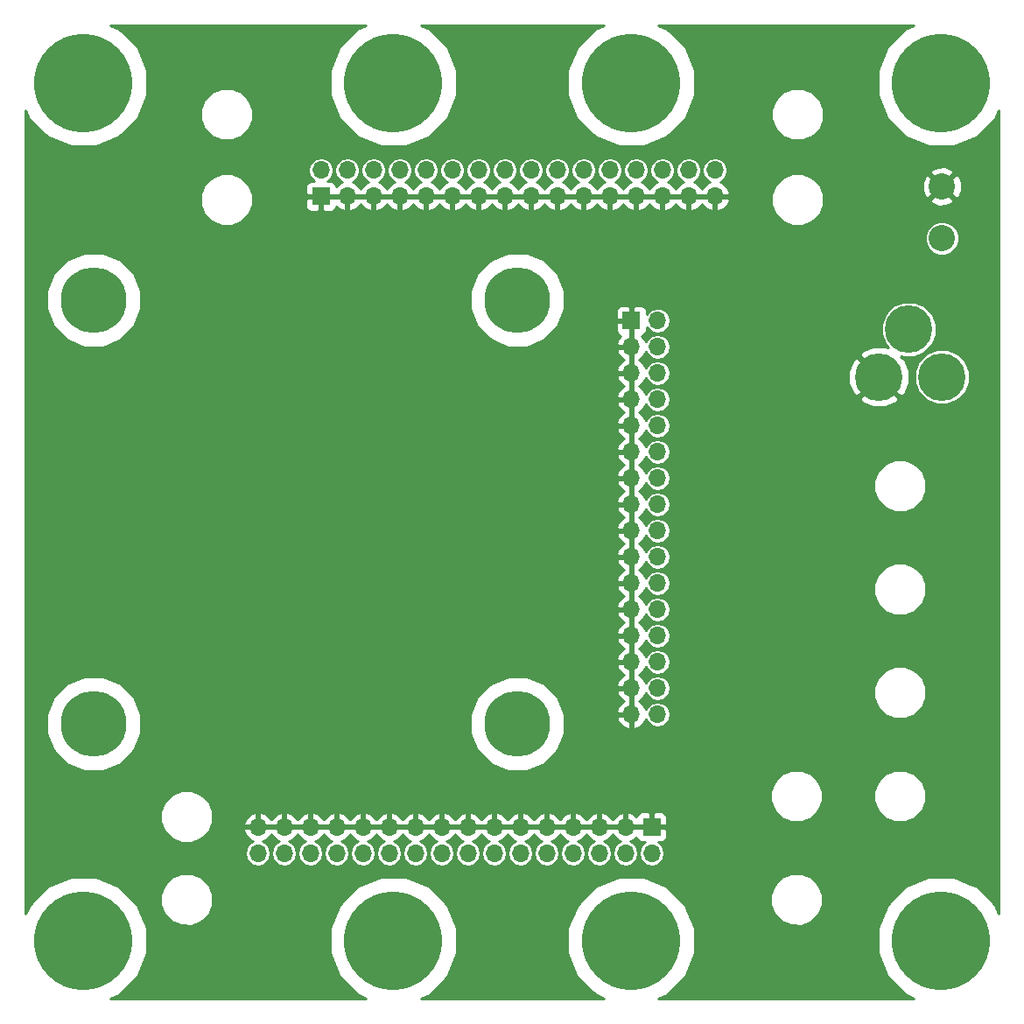
<source format=gbr>
G04 #@! TF.FileFunction,Copper,L1,Top,Signal*
%FSLAX46Y46*%
G04 Gerber Fmt 4.6, Leading zero omitted, Abs format (unit mm)*
G04 Created by KiCad (PCBNEW (after 2015-mar-04 BZR unknown)-product) date 6/9/2017 2:58:02 PM*
%MOMM*%
G01*
G04 APERTURE LIST*
%ADD10C,0.150000*%
%ADD11C,9.525000*%
%ADD12C,6.350000*%
%ADD13C,2.540000*%
%ADD14C,4.600000*%
%ADD15R,1.700000X1.700000*%
%ADD16O,1.700000X1.700000*%
%ADD17C,0.254000*%
G04 APERTURE END LIST*
D10*
D11*
X16000000Y-16000000D03*
X99000000Y-16000000D03*
X16000000Y-99000000D03*
X99000000Y-99000000D03*
D12*
X17000000Y-37000000D03*
X58000000Y-37000000D03*
X17000000Y-78000000D03*
X58000000Y-78000000D03*
D13*
X99060000Y-26035000D03*
X99060000Y-31035000D03*
D14*
X99060000Y-44450000D03*
X92960000Y-44450000D03*
X95860000Y-39850000D03*
D11*
X69000000Y-99000000D03*
X69000000Y-16000000D03*
D15*
X69000000Y-39000000D03*
D16*
X71540000Y-39000000D03*
X69000000Y-41540000D03*
X71540000Y-41540000D03*
X69000000Y-44080000D03*
X71540000Y-44080000D03*
X69000000Y-46620000D03*
X71540000Y-46620000D03*
X69000000Y-49160000D03*
X71540000Y-49160000D03*
X69000000Y-51700000D03*
X71540000Y-51700000D03*
X69000000Y-54240000D03*
X71540000Y-54240000D03*
X69000000Y-56780000D03*
X71540000Y-56780000D03*
X69000000Y-59320000D03*
X71540000Y-59320000D03*
X69000000Y-61860000D03*
X71540000Y-61860000D03*
X69000000Y-64400000D03*
X71540000Y-64400000D03*
X69000000Y-66940000D03*
X71540000Y-66940000D03*
X69000000Y-69480000D03*
X71540000Y-69480000D03*
X69000000Y-72020000D03*
X71540000Y-72020000D03*
X69000000Y-74560000D03*
X71540000Y-74560000D03*
X69000000Y-77100000D03*
X71540000Y-77100000D03*
D15*
X39000000Y-27000000D03*
D16*
X39000000Y-24460000D03*
X41540000Y-27000000D03*
X41540000Y-24460000D03*
X44080000Y-27000000D03*
X44080000Y-24460000D03*
X46620000Y-27000000D03*
X46620000Y-24460000D03*
X49160000Y-27000000D03*
X49160000Y-24460000D03*
X51700000Y-27000000D03*
X51700000Y-24460000D03*
X54240000Y-27000000D03*
X54240000Y-24460000D03*
X56780000Y-27000000D03*
X56780000Y-24460000D03*
X59320000Y-27000000D03*
X59320000Y-24460000D03*
X61860000Y-27000000D03*
X61860000Y-24460000D03*
X64400000Y-27000000D03*
X64400000Y-24460000D03*
X66940000Y-27000000D03*
X66940000Y-24460000D03*
X69480000Y-27000000D03*
X69480000Y-24460000D03*
X72020000Y-27000000D03*
X72020000Y-24460000D03*
X74560000Y-27000000D03*
X74560000Y-24460000D03*
X77100000Y-27000000D03*
X77100000Y-24460000D03*
D15*
X71000000Y-88000000D03*
D16*
X71000000Y-90540000D03*
X68460000Y-88000000D03*
X68460000Y-90540000D03*
X65920000Y-88000000D03*
X65920000Y-90540000D03*
X63380000Y-88000000D03*
X63380000Y-90540000D03*
X60840000Y-88000000D03*
X60840000Y-90540000D03*
X58300000Y-88000000D03*
X58300000Y-90540000D03*
X55760000Y-88000000D03*
X55760000Y-90540000D03*
X53220000Y-88000000D03*
X53220000Y-90540000D03*
X50680000Y-88000000D03*
X50680000Y-90540000D03*
X48140000Y-88000000D03*
X48140000Y-90540000D03*
X45600000Y-88000000D03*
X45600000Y-90540000D03*
X43060000Y-88000000D03*
X43060000Y-90540000D03*
X40520000Y-88000000D03*
X40520000Y-90540000D03*
X37980000Y-88000000D03*
X37980000Y-90540000D03*
X35440000Y-88000000D03*
X35440000Y-90540000D03*
X32900000Y-88000000D03*
X32900000Y-90540000D03*
D11*
X46000000Y-99000000D03*
X46000000Y-16000000D03*
D17*
G36*
X104569000Y-96348473D02*
X104224815Y-95515482D01*
X102493632Y-93781275D01*
X101741464Y-93468947D01*
X101741464Y-43919056D01*
X101334167Y-42933319D01*
X100974261Y-42572784D01*
X100974261Y-26363964D01*
X100954436Y-25606368D01*
X100702657Y-24998520D01*
X100407777Y-24866828D01*
X100228172Y-25046433D01*
X100228172Y-24687223D01*
X100096480Y-24392343D01*
X99388964Y-24120739D01*
X98631368Y-24140564D01*
X98023520Y-24392343D01*
X97891828Y-24687223D01*
X99060000Y-25855395D01*
X100228172Y-24687223D01*
X100228172Y-25046433D01*
X99239605Y-26035000D01*
X100407777Y-27203172D01*
X100702657Y-27071480D01*
X100974261Y-26363964D01*
X100974261Y-42572784D01*
X100711286Y-42309350D01*
X100711286Y-30708037D01*
X100460466Y-30101005D01*
X100228172Y-29868305D01*
X100228172Y-27382777D01*
X99060000Y-26214605D01*
X98880395Y-26394210D01*
X98880395Y-26035000D01*
X97712223Y-24866828D01*
X97417343Y-24998520D01*
X97145739Y-25706036D01*
X97165564Y-26463632D01*
X97417343Y-27071480D01*
X97712223Y-27203172D01*
X98880395Y-26035000D01*
X98880395Y-26394210D01*
X97891828Y-27382777D01*
X98023520Y-27677657D01*
X98731036Y-27949261D01*
X99488632Y-27929436D01*
X100096480Y-27677657D01*
X100228172Y-27382777D01*
X100228172Y-29868305D01*
X99996437Y-29636166D01*
X99389845Y-29384287D01*
X98733037Y-29383714D01*
X98126005Y-29634534D01*
X97661166Y-30098563D01*
X97409287Y-30705155D01*
X97408714Y-31361963D01*
X97659534Y-31968995D01*
X98123563Y-32433834D01*
X98730155Y-32685713D01*
X99386963Y-32686286D01*
X99993995Y-32435466D01*
X100458834Y-31971437D01*
X100710713Y-31364845D01*
X100711286Y-30708037D01*
X100711286Y-42309350D01*
X100580647Y-42178484D01*
X99595623Y-41769466D01*
X98541464Y-41768546D01*
X98541464Y-39319056D01*
X98134167Y-38333319D01*
X97380647Y-37578484D01*
X96395623Y-37169466D01*
X95329056Y-37168536D01*
X94343319Y-37575833D01*
X93588484Y-38329353D01*
X93179466Y-39314377D01*
X93178536Y-40380944D01*
X93585833Y-41366681D01*
X93869234Y-41650576D01*
X93534464Y-41513157D01*
X92366855Y-41516873D01*
X91305383Y-41956549D01*
X91048052Y-42358447D01*
X92960000Y-44270395D01*
X92974142Y-44256252D01*
X93153747Y-44435857D01*
X93139605Y-44450000D01*
X95051553Y-46361948D01*
X95453451Y-46104617D01*
X95896843Y-45024464D01*
X95893127Y-43856855D01*
X95453451Y-42795383D01*
X95051554Y-42538053D01*
X95136915Y-42452692D01*
X95324377Y-42530534D01*
X96390944Y-42531464D01*
X97376681Y-42124167D01*
X98131516Y-41370647D01*
X98540534Y-40385623D01*
X98541464Y-39319056D01*
X98541464Y-41768546D01*
X98529056Y-41768536D01*
X97543319Y-42175833D01*
X96788484Y-42929353D01*
X96379466Y-43914377D01*
X96378536Y-44980944D01*
X96785833Y-45966681D01*
X97539353Y-46721516D01*
X98524377Y-47130534D01*
X99590944Y-47131464D01*
X100576681Y-46724167D01*
X101331516Y-45970647D01*
X101740534Y-44985623D01*
X101741464Y-43919056D01*
X101741464Y-93468947D01*
X100230575Y-92841571D01*
X97780175Y-92839433D01*
X97531438Y-92942209D01*
X97531438Y-84498762D01*
X97531438Y-74498762D01*
X97531438Y-64498762D01*
X97531438Y-54498762D01*
X97146928Y-53568177D01*
X96435568Y-52855574D01*
X95896843Y-52631875D01*
X95505656Y-52469441D01*
X94871948Y-52468887D01*
X94871948Y-46541553D01*
X92960000Y-44629605D01*
X92780395Y-44809210D01*
X92780395Y-44450000D01*
X90868447Y-42538052D01*
X90466549Y-42795383D01*
X90023157Y-43875536D01*
X90026873Y-45043145D01*
X90466549Y-46104617D01*
X90868447Y-46361948D01*
X92780395Y-44450000D01*
X92780395Y-44809210D01*
X91048052Y-46541553D01*
X91305383Y-46943451D01*
X92385536Y-47386843D01*
X93553145Y-47383127D01*
X94614617Y-46943451D01*
X94871948Y-46541553D01*
X94871948Y-52468887D01*
X94498762Y-52468562D01*
X93568177Y-52853072D01*
X92855574Y-53564432D01*
X92469441Y-54494344D01*
X92468562Y-55501238D01*
X92853072Y-56431823D01*
X93564432Y-57144426D01*
X94494344Y-57530559D01*
X95501238Y-57531438D01*
X96431823Y-57146928D01*
X97144426Y-56435568D01*
X97530559Y-55505656D01*
X97531438Y-54498762D01*
X97531438Y-64498762D01*
X97146928Y-63568177D01*
X96435568Y-62855574D01*
X95505656Y-62469441D01*
X94498762Y-62468562D01*
X93568177Y-62853072D01*
X92855574Y-63564432D01*
X92469441Y-64494344D01*
X92468562Y-65501238D01*
X92853072Y-66431823D01*
X93564432Y-67144426D01*
X94494344Y-67530559D01*
X95501238Y-67531438D01*
X96431823Y-67146928D01*
X97144426Y-66435568D01*
X97530559Y-65505656D01*
X97531438Y-64498762D01*
X97531438Y-74498762D01*
X97146928Y-73568177D01*
X96435568Y-72855574D01*
X95505656Y-72469441D01*
X94498762Y-72468562D01*
X93568177Y-72853072D01*
X92855574Y-73564432D01*
X92469441Y-74494344D01*
X92468562Y-75501238D01*
X92853072Y-76431823D01*
X93564432Y-77144426D01*
X94494344Y-77530559D01*
X95501238Y-77531438D01*
X96431823Y-77146928D01*
X97144426Y-76435568D01*
X97530559Y-75505656D01*
X97531438Y-74498762D01*
X97531438Y-84498762D01*
X97146928Y-83568177D01*
X96435568Y-82855574D01*
X95505656Y-82469441D01*
X94498762Y-82468562D01*
X93568177Y-82853072D01*
X92855574Y-83564432D01*
X92469441Y-84494344D01*
X92468562Y-85501238D01*
X92853072Y-86431823D01*
X93564432Y-87144426D01*
X94494344Y-87530559D01*
X95501238Y-87531438D01*
X96431823Y-87146928D01*
X97144426Y-86435568D01*
X97530559Y-85505656D01*
X97531438Y-84498762D01*
X97531438Y-92942209D01*
X95515482Y-93775185D01*
X93781275Y-95506368D01*
X92841571Y-97769425D01*
X92839433Y-100219825D01*
X93775185Y-102484518D01*
X95506368Y-104218725D01*
X96349923Y-104569000D01*
X87621438Y-104569000D01*
X87621438Y-26803762D01*
X87621438Y-18548762D01*
X87236928Y-17618177D01*
X86525568Y-16905574D01*
X85595656Y-16519441D01*
X84588762Y-16518562D01*
X83658177Y-16903072D01*
X82945574Y-17614432D01*
X82559441Y-18544344D01*
X82558562Y-19551238D01*
X82943072Y-20481823D01*
X83654432Y-21194426D01*
X84584344Y-21580559D01*
X85591238Y-21581438D01*
X86521823Y-21196928D01*
X87234426Y-20485568D01*
X87620559Y-19555656D01*
X87621438Y-18548762D01*
X87621438Y-26803762D01*
X87236928Y-25873177D01*
X86525568Y-25160574D01*
X85595656Y-24774441D01*
X84588762Y-24773562D01*
X83658177Y-25158072D01*
X82945574Y-25869432D01*
X82559441Y-26799344D01*
X82558562Y-27806238D01*
X82943072Y-28736823D01*
X83654432Y-29449426D01*
X84584344Y-29835559D01*
X85591238Y-29836438D01*
X86521823Y-29451928D01*
X87234426Y-28740568D01*
X87620559Y-27810656D01*
X87621438Y-26803762D01*
X87621438Y-104569000D01*
X87531438Y-104569000D01*
X87531438Y-94498762D01*
X87531438Y-84498762D01*
X87146928Y-83568177D01*
X86435568Y-82855574D01*
X85505656Y-82469441D01*
X84498762Y-82468562D01*
X83568177Y-82853072D01*
X82855574Y-83564432D01*
X82469441Y-84494344D01*
X82468562Y-85501238D01*
X82853072Y-86431823D01*
X83564432Y-87144426D01*
X84494344Y-87530559D01*
X85501238Y-87531438D01*
X86431823Y-87146928D01*
X87144426Y-86435568D01*
X87530559Y-85505656D01*
X87531438Y-84498762D01*
X87531438Y-94498762D01*
X87146928Y-93568177D01*
X86435568Y-92855574D01*
X85505656Y-92469441D01*
X84498762Y-92468562D01*
X83568177Y-92853072D01*
X82855574Y-93564432D01*
X82469441Y-94494344D01*
X82468562Y-95501238D01*
X82853072Y-96431823D01*
X83564432Y-97144426D01*
X84494344Y-97530559D01*
X85501238Y-97531438D01*
X86431823Y-97146928D01*
X87144426Y-96435568D01*
X87530559Y-95505656D01*
X87531438Y-94498762D01*
X87531438Y-104569000D01*
X78541486Y-104569000D01*
X78541486Y-27356892D01*
X78541486Y-26643108D01*
X78295183Y-26118642D01*
X77866924Y-25728355D01*
X77585488Y-25611787D01*
X77970448Y-25354565D01*
X78237296Y-24955200D01*
X78331000Y-24484117D01*
X78331000Y-24435883D01*
X78237296Y-23964800D01*
X77970448Y-23565435D01*
X77571083Y-23298587D01*
X77100000Y-23204883D01*
X76628917Y-23298587D01*
X76229552Y-23565435D01*
X75962704Y-23964800D01*
X75869000Y-24435883D01*
X75869000Y-24484117D01*
X75962704Y-24955200D01*
X76229552Y-25354565D01*
X76614511Y-25611787D01*
X76333076Y-25728355D01*
X75904817Y-26118642D01*
X75830000Y-26277953D01*
X75755183Y-26118642D01*
X75326924Y-25728355D01*
X75045488Y-25611787D01*
X75430448Y-25354565D01*
X75697296Y-24955200D01*
X75791000Y-24484117D01*
X75791000Y-24435883D01*
X75697296Y-23964800D01*
X75430448Y-23565435D01*
X75031083Y-23298587D01*
X74560000Y-23204883D01*
X74088917Y-23298587D01*
X73689552Y-23565435D01*
X73422704Y-23964800D01*
X73329000Y-24435883D01*
X73329000Y-24484117D01*
X73422704Y-24955200D01*
X73689552Y-25354565D01*
X74074511Y-25611787D01*
X73793076Y-25728355D01*
X73364817Y-26118642D01*
X73290000Y-26277953D01*
X73215183Y-26118642D01*
X72786924Y-25728355D01*
X72505488Y-25611787D01*
X72890448Y-25354565D01*
X73157296Y-24955200D01*
X73251000Y-24484117D01*
X73251000Y-24435883D01*
X73157296Y-23964800D01*
X72890448Y-23565435D01*
X72491083Y-23298587D01*
X72020000Y-23204883D01*
X71548917Y-23298587D01*
X71149552Y-23565435D01*
X70882704Y-23964800D01*
X70789000Y-24435883D01*
X70789000Y-24484117D01*
X70882704Y-24955200D01*
X71149552Y-25354565D01*
X71534511Y-25611787D01*
X71253076Y-25728355D01*
X70824817Y-26118642D01*
X70750000Y-26277953D01*
X70675183Y-26118642D01*
X70246924Y-25728355D01*
X69965488Y-25611787D01*
X70350448Y-25354565D01*
X70617296Y-24955200D01*
X70711000Y-24484117D01*
X70711000Y-24435883D01*
X70617296Y-23964800D01*
X70350448Y-23565435D01*
X69951083Y-23298587D01*
X69480000Y-23204883D01*
X69008917Y-23298587D01*
X68609552Y-23565435D01*
X68342704Y-23964800D01*
X68249000Y-24435883D01*
X68249000Y-24484117D01*
X68342704Y-24955200D01*
X68609552Y-25354565D01*
X68994511Y-25611787D01*
X68713076Y-25728355D01*
X68284817Y-26118642D01*
X68210000Y-26277953D01*
X68135183Y-26118642D01*
X67706924Y-25728355D01*
X67425488Y-25611787D01*
X67810448Y-25354565D01*
X68077296Y-24955200D01*
X68171000Y-24484117D01*
X68171000Y-24435883D01*
X68077296Y-23964800D01*
X67810448Y-23565435D01*
X67411083Y-23298587D01*
X66940000Y-23204883D01*
X66468917Y-23298587D01*
X66069552Y-23565435D01*
X65802704Y-23964800D01*
X65709000Y-24435883D01*
X65709000Y-24484117D01*
X65802704Y-24955200D01*
X66069552Y-25354565D01*
X66454511Y-25611787D01*
X66173076Y-25728355D01*
X65744817Y-26118642D01*
X65670000Y-26277953D01*
X65595183Y-26118642D01*
X65166924Y-25728355D01*
X64885488Y-25611787D01*
X65270448Y-25354565D01*
X65537296Y-24955200D01*
X65631000Y-24484117D01*
X65631000Y-24435883D01*
X65537296Y-23964800D01*
X65270448Y-23565435D01*
X64871083Y-23298587D01*
X64400000Y-23204883D01*
X63928917Y-23298587D01*
X63529552Y-23565435D01*
X63262704Y-23964800D01*
X63169000Y-24435883D01*
X63169000Y-24484117D01*
X63262704Y-24955200D01*
X63529552Y-25354565D01*
X63914511Y-25611787D01*
X63633076Y-25728355D01*
X63204817Y-26118642D01*
X63130000Y-26277953D01*
X63055183Y-26118642D01*
X62626924Y-25728355D01*
X62345488Y-25611787D01*
X62730448Y-25354565D01*
X62997296Y-24955200D01*
X63091000Y-24484117D01*
X63091000Y-24435883D01*
X62997296Y-23964800D01*
X62730448Y-23565435D01*
X62331083Y-23298587D01*
X61860000Y-23204883D01*
X61388917Y-23298587D01*
X60989552Y-23565435D01*
X60722704Y-23964800D01*
X60629000Y-24435883D01*
X60629000Y-24484117D01*
X60722704Y-24955200D01*
X60989552Y-25354565D01*
X61374511Y-25611787D01*
X61093076Y-25728355D01*
X60664817Y-26118642D01*
X60590000Y-26277953D01*
X60515183Y-26118642D01*
X60086924Y-25728355D01*
X59805488Y-25611787D01*
X60190448Y-25354565D01*
X60457296Y-24955200D01*
X60551000Y-24484117D01*
X60551000Y-24435883D01*
X60457296Y-23964800D01*
X60190448Y-23565435D01*
X59791083Y-23298587D01*
X59320000Y-23204883D01*
X58848917Y-23298587D01*
X58449552Y-23565435D01*
X58182704Y-23964800D01*
X58089000Y-24435883D01*
X58089000Y-24484117D01*
X58182704Y-24955200D01*
X58449552Y-25354565D01*
X58834511Y-25611787D01*
X58553076Y-25728355D01*
X58124817Y-26118642D01*
X58050000Y-26277953D01*
X57975183Y-26118642D01*
X57546924Y-25728355D01*
X57265488Y-25611787D01*
X57650448Y-25354565D01*
X57917296Y-24955200D01*
X58011000Y-24484117D01*
X58011000Y-24435883D01*
X57917296Y-23964800D01*
X57650448Y-23565435D01*
X57251083Y-23298587D01*
X56780000Y-23204883D01*
X56308917Y-23298587D01*
X55909552Y-23565435D01*
X55642704Y-23964800D01*
X55549000Y-24435883D01*
X55549000Y-24484117D01*
X55642704Y-24955200D01*
X55909552Y-25354565D01*
X56294511Y-25611787D01*
X56013076Y-25728355D01*
X55584817Y-26118642D01*
X55510000Y-26277953D01*
X55435183Y-26118642D01*
X55006924Y-25728355D01*
X54725488Y-25611787D01*
X55110448Y-25354565D01*
X55377296Y-24955200D01*
X55471000Y-24484117D01*
X55471000Y-24435883D01*
X55377296Y-23964800D01*
X55110448Y-23565435D01*
X54711083Y-23298587D01*
X54240000Y-23204883D01*
X53768917Y-23298587D01*
X53369552Y-23565435D01*
X53102704Y-23964800D01*
X53009000Y-24435883D01*
X53009000Y-24484117D01*
X53102704Y-24955200D01*
X53369552Y-25354565D01*
X53754511Y-25611787D01*
X53473076Y-25728355D01*
X53044817Y-26118642D01*
X52970000Y-26277953D01*
X52895183Y-26118642D01*
X52466924Y-25728355D01*
X52185488Y-25611787D01*
X52570448Y-25354565D01*
X52837296Y-24955200D01*
X52931000Y-24484117D01*
X52931000Y-24435883D01*
X52837296Y-23964800D01*
X52570448Y-23565435D01*
X52171083Y-23298587D01*
X51700000Y-23204883D01*
X51228917Y-23298587D01*
X50829552Y-23565435D01*
X50562704Y-23964800D01*
X50469000Y-24435883D01*
X50469000Y-24484117D01*
X50562704Y-24955200D01*
X50829552Y-25354565D01*
X51214511Y-25611787D01*
X50933076Y-25728355D01*
X50504817Y-26118642D01*
X50430000Y-26277953D01*
X50355183Y-26118642D01*
X49926924Y-25728355D01*
X49645488Y-25611787D01*
X50030448Y-25354565D01*
X50297296Y-24955200D01*
X50391000Y-24484117D01*
X50391000Y-24435883D01*
X50297296Y-23964800D01*
X50030448Y-23565435D01*
X49631083Y-23298587D01*
X49160000Y-23204883D01*
X48688917Y-23298587D01*
X48289552Y-23565435D01*
X48022704Y-23964800D01*
X47929000Y-24435883D01*
X47929000Y-24484117D01*
X48022704Y-24955200D01*
X48289552Y-25354565D01*
X48674511Y-25611787D01*
X48393076Y-25728355D01*
X47964817Y-26118642D01*
X47890000Y-26277953D01*
X47815183Y-26118642D01*
X47386924Y-25728355D01*
X47105488Y-25611787D01*
X47490448Y-25354565D01*
X47757296Y-24955200D01*
X47851000Y-24484117D01*
X47851000Y-24435883D01*
X47757296Y-23964800D01*
X47490448Y-23565435D01*
X47091083Y-23298587D01*
X46620000Y-23204883D01*
X46148917Y-23298587D01*
X45749552Y-23565435D01*
X45482704Y-23964800D01*
X45389000Y-24435883D01*
X45389000Y-24484117D01*
X45482704Y-24955200D01*
X45749552Y-25354565D01*
X46134511Y-25611787D01*
X45853076Y-25728355D01*
X45424817Y-26118642D01*
X45350000Y-26277953D01*
X45275183Y-26118642D01*
X44846924Y-25728355D01*
X44565488Y-25611787D01*
X44950448Y-25354565D01*
X45217296Y-24955200D01*
X45311000Y-24484117D01*
X45311000Y-24435883D01*
X45217296Y-23964800D01*
X44950448Y-23565435D01*
X44551083Y-23298587D01*
X44080000Y-23204883D01*
X43608917Y-23298587D01*
X43209552Y-23565435D01*
X42942704Y-23964800D01*
X42849000Y-24435883D01*
X42849000Y-24484117D01*
X42942704Y-24955200D01*
X43209552Y-25354565D01*
X43594511Y-25611787D01*
X43313076Y-25728355D01*
X42884817Y-26118642D01*
X42810000Y-26277953D01*
X42735183Y-26118642D01*
X42306924Y-25728355D01*
X42025488Y-25611787D01*
X42410448Y-25354565D01*
X42677296Y-24955200D01*
X42771000Y-24484117D01*
X42771000Y-24435883D01*
X42677296Y-23964800D01*
X42410448Y-23565435D01*
X42011083Y-23298587D01*
X41540000Y-23204883D01*
X41068917Y-23298587D01*
X40669552Y-23565435D01*
X40402704Y-23964800D01*
X40309000Y-24435883D01*
X40309000Y-24484117D01*
X40402704Y-24955200D01*
X40669552Y-25354565D01*
X41054511Y-25611787D01*
X40773076Y-25728355D01*
X40475136Y-25999877D01*
X40388327Y-25790302D01*
X40209699Y-25611673D01*
X39976310Y-25515000D01*
X39723691Y-25515000D01*
X39630340Y-25515000D01*
X39870448Y-25354565D01*
X40137296Y-24955200D01*
X40231000Y-24484117D01*
X40231000Y-24435883D01*
X40137296Y-23964800D01*
X39870448Y-23565435D01*
X39471083Y-23298587D01*
X39000000Y-23204883D01*
X38528917Y-23298587D01*
X38129552Y-23565435D01*
X37862704Y-23964800D01*
X37769000Y-24435883D01*
X37769000Y-24484117D01*
X37862704Y-24955200D01*
X38129552Y-25354565D01*
X38369659Y-25515000D01*
X38276309Y-25515000D01*
X38023690Y-25515000D01*
X37790301Y-25611673D01*
X37611673Y-25790302D01*
X37515000Y-26023691D01*
X37515000Y-26714250D01*
X37673750Y-26873000D01*
X38873000Y-26873000D01*
X38873000Y-26853000D01*
X39127000Y-26853000D01*
X39127000Y-26873000D01*
X40219181Y-26873000D01*
X40326250Y-26873000D01*
X41413000Y-26873000D01*
X41413000Y-26853000D01*
X41667000Y-26853000D01*
X41667000Y-26873000D01*
X42759181Y-26873000D01*
X42860819Y-26873000D01*
X43953000Y-26873000D01*
X43953000Y-26853000D01*
X44207000Y-26853000D01*
X44207000Y-26873000D01*
X45299181Y-26873000D01*
X45400819Y-26873000D01*
X46493000Y-26873000D01*
X46493000Y-26853000D01*
X46747000Y-26853000D01*
X46747000Y-26873000D01*
X47839181Y-26873000D01*
X47940819Y-26873000D01*
X49033000Y-26873000D01*
X49033000Y-26853000D01*
X49287000Y-26853000D01*
X49287000Y-26873000D01*
X50379181Y-26873000D01*
X50480819Y-26873000D01*
X51573000Y-26873000D01*
X51573000Y-26853000D01*
X51827000Y-26853000D01*
X51827000Y-26873000D01*
X52919181Y-26873000D01*
X53020819Y-26873000D01*
X54113000Y-26873000D01*
X54113000Y-26853000D01*
X54367000Y-26853000D01*
X54367000Y-26873000D01*
X55459181Y-26873000D01*
X55560819Y-26873000D01*
X56653000Y-26873000D01*
X56653000Y-26853000D01*
X56907000Y-26853000D01*
X56907000Y-26873000D01*
X57999181Y-26873000D01*
X58100819Y-26873000D01*
X59193000Y-26873000D01*
X59193000Y-26853000D01*
X59447000Y-26853000D01*
X59447000Y-26873000D01*
X60539181Y-26873000D01*
X60640819Y-26873000D01*
X61733000Y-26873000D01*
X61733000Y-26853000D01*
X61987000Y-26853000D01*
X61987000Y-26873000D01*
X63079181Y-26873000D01*
X63180819Y-26873000D01*
X64273000Y-26873000D01*
X64273000Y-26853000D01*
X64527000Y-26853000D01*
X64527000Y-26873000D01*
X65619181Y-26873000D01*
X65720819Y-26873000D01*
X66813000Y-26873000D01*
X66813000Y-26853000D01*
X67067000Y-26853000D01*
X67067000Y-26873000D01*
X68159181Y-26873000D01*
X68260819Y-26873000D01*
X69353000Y-26873000D01*
X69353000Y-26853000D01*
X69607000Y-26853000D01*
X69607000Y-26873000D01*
X70699181Y-26873000D01*
X70800819Y-26873000D01*
X71893000Y-26873000D01*
X71893000Y-26853000D01*
X72147000Y-26853000D01*
X72147000Y-26873000D01*
X73239181Y-26873000D01*
X73340819Y-26873000D01*
X74433000Y-26873000D01*
X74433000Y-26853000D01*
X74687000Y-26853000D01*
X74687000Y-26873000D01*
X75779181Y-26873000D01*
X75880819Y-26873000D01*
X76973000Y-26873000D01*
X76973000Y-26853000D01*
X77227000Y-26853000D01*
X77227000Y-26873000D01*
X78420819Y-26873000D01*
X78541486Y-26643108D01*
X78541486Y-27356892D01*
X78420819Y-27127000D01*
X77227000Y-27127000D01*
X77227000Y-28320155D01*
X77456890Y-28441476D01*
X77866924Y-28271645D01*
X78295183Y-27881358D01*
X78541486Y-27356892D01*
X78541486Y-104569000D01*
X76973000Y-104569000D01*
X76973000Y-28320155D01*
X76973000Y-27127000D01*
X75880819Y-27127000D01*
X75779181Y-27127000D01*
X74687000Y-27127000D01*
X74687000Y-28320155D01*
X74916890Y-28441476D01*
X75326924Y-28271645D01*
X75755183Y-27881358D01*
X75830000Y-27722046D01*
X75904817Y-27881358D01*
X76333076Y-28271645D01*
X76743110Y-28441476D01*
X76973000Y-28320155D01*
X76973000Y-104569000D01*
X71651526Y-104569000D01*
X72484518Y-104224815D01*
X74218725Y-102493632D01*
X75158429Y-100230575D01*
X75160567Y-97780175D01*
X74433000Y-96019328D01*
X74433000Y-28320155D01*
X74433000Y-27127000D01*
X73340819Y-27127000D01*
X73239181Y-27127000D01*
X72147000Y-27127000D01*
X72147000Y-28320155D01*
X72376890Y-28441476D01*
X72786924Y-28271645D01*
X73215183Y-27881358D01*
X73290000Y-27722046D01*
X73364817Y-27881358D01*
X73793076Y-28271645D01*
X74203110Y-28441476D01*
X74433000Y-28320155D01*
X74433000Y-96019328D01*
X74224815Y-95515482D01*
X72795117Y-94083286D01*
X72795117Y-77100000D01*
X72701413Y-76628917D01*
X72434565Y-76229552D01*
X72035200Y-75962704D01*
X71564117Y-75869000D01*
X71515883Y-75869000D01*
X71044800Y-75962704D01*
X70645435Y-76229552D01*
X70388212Y-76614511D01*
X70271645Y-76333076D01*
X69881358Y-75904817D01*
X69722046Y-75830000D01*
X69881358Y-75755183D01*
X70271645Y-75326924D01*
X70388212Y-75045488D01*
X70645435Y-75430448D01*
X71044800Y-75697296D01*
X71515883Y-75791000D01*
X71564117Y-75791000D01*
X72035200Y-75697296D01*
X72434565Y-75430448D01*
X72701413Y-75031083D01*
X72795117Y-74560000D01*
X72701413Y-74088917D01*
X72434565Y-73689552D01*
X72035200Y-73422704D01*
X71564117Y-73329000D01*
X71515883Y-73329000D01*
X71044800Y-73422704D01*
X70645435Y-73689552D01*
X70388212Y-74074511D01*
X70271645Y-73793076D01*
X69881358Y-73364817D01*
X69722046Y-73290000D01*
X69881358Y-73215183D01*
X70271645Y-72786924D01*
X70388212Y-72505488D01*
X70645435Y-72890448D01*
X71044800Y-73157296D01*
X71515883Y-73251000D01*
X71564117Y-73251000D01*
X72035200Y-73157296D01*
X72434565Y-72890448D01*
X72701413Y-72491083D01*
X72795117Y-72020000D01*
X72701413Y-71548917D01*
X72434565Y-71149552D01*
X72035200Y-70882704D01*
X71564117Y-70789000D01*
X71515883Y-70789000D01*
X71044800Y-70882704D01*
X70645435Y-71149552D01*
X70388212Y-71534511D01*
X70271645Y-71253076D01*
X69881358Y-70824817D01*
X69722046Y-70750000D01*
X69881358Y-70675183D01*
X70271645Y-70246924D01*
X70388212Y-69965488D01*
X70645435Y-70350448D01*
X71044800Y-70617296D01*
X71515883Y-70711000D01*
X71564117Y-70711000D01*
X72035200Y-70617296D01*
X72434565Y-70350448D01*
X72701413Y-69951083D01*
X72795117Y-69480000D01*
X72701413Y-69008917D01*
X72434565Y-68609552D01*
X72035200Y-68342704D01*
X71564117Y-68249000D01*
X71515883Y-68249000D01*
X71044800Y-68342704D01*
X70645435Y-68609552D01*
X70388212Y-68994511D01*
X70271645Y-68713076D01*
X69881358Y-68284817D01*
X69722046Y-68210000D01*
X69881358Y-68135183D01*
X70271645Y-67706924D01*
X70388212Y-67425488D01*
X70645435Y-67810448D01*
X71044800Y-68077296D01*
X71515883Y-68171000D01*
X71564117Y-68171000D01*
X72035200Y-68077296D01*
X72434565Y-67810448D01*
X72701413Y-67411083D01*
X72795117Y-66940000D01*
X72701413Y-66468917D01*
X72434565Y-66069552D01*
X72035200Y-65802704D01*
X71564117Y-65709000D01*
X71515883Y-65709000D01*
X71044800Y-65802704D01*
X70645435Y-66069552D01*
X70388212Y-66454511D01*
X70271645Y-66173076D01*
X69881358Y-65744817D01*
X69722046Y-65670000D01*
X69881358Y-65595183D01*
X70271645Y-65166924D01*
X70388212Y-64885488D01*
X70645435Y-65270448D01*
X71044800Y-65537296D01*
X71515883Y-65631000D01*
X71564117Y-65631000D01*
X72035200Y-65537296D01*
X72434565Y-65270448D01*
X72701413Y-64871083D01*
X72795117Y-64400000D01*
X72701413Y-63928917D01*
X72434565Y-63529552D01*
X72035200Y-63262704D01*
X71564117Y-63169000D01*
X71515883Y-63169000D01*
X71044800Y-63262704D01*
X70645435Y-63529552D01*
X70388212Y-63914511D01*
X70271645Y-63633076D01*
X69881358Y-63204817D01*
X69722046Y-63130000D01*
X69881358Y-63055183D01*
X70271645Y-62626924D01*
X70388212Y-62345488D01*
X70645435Y-62730448D01*
X71044800Y-62997296D01*
X71515883Y-63091000D01*
X71564117Y-63091000D01*
X72035200Y-62997296D01*
X72434565Y-62730448D01*
X72701413Y-62331083D01*
X72795117Y-61860000D01*
X72701413Y-61388917D01*
X72434565Y-60989552D01*
X72035200Y-60722704D01*
X71564117Y-60629000D01*
X71515883Y-60629000D01*
X71044800Y-60722704D01*
X70645435Y-60989552D01*
X70388212Y-61374511D01*
X70271645Y-61093076D01*
X69881358Y-60664817D01*
X69722046Y-60590000D01*
X69881358Y-60515183D01*
X70271645Y-60086924D01*
X70388212Y-59805488D01*
X70645435Y-60190448D01*
X71044800Y-60457296D01*
X71515883Y-60551000D01*
X71564117Y-60551000D01*
X72035200Y-60457296D01*
X72434565Y-60190448D01*
X72701413Y-59791083D01*
X72795117Y-59320000D01*
X72701413Y-58848917D01*
X72434565Y-58449552D01*
X72035200Y-58182704D01*
X71564117Y-58089000D01*
X71515883Y-58089000D01*
X71044800Y-58182704D01*
X70645435Y-58449552D01*
X70388212Y-58834511D01*
X70271645Y-58553076D01*
X69881358Y-58124817D01*
X69722046Y-58050000D01*
X69881358Y-57975183D01*
X70271645Y-57546924D01*
X70388212Y-57265488D01*
X70645435Y-57650448D01*
X71044800Y-57917296D01*
X71515883Y-58011000D01*
X71564117Y-58011000D01*
X72035200Y-57917296D01*
X72434565Y-57650448D01*
X72701413Y-57251083D01*
X72795117Y-56780000D01*
X72701413Y-56308917D01*
X72434565Y-55909552D01*
X72035200Y-55642704D01*
X71564117Y-55549000D01*
X71515883Y-55549000D01*
X71044800Y-55642704D01*
X70645435Y-55909552D01*
X70388212Y-56294511D01*
X70271645Y-56013076D01*
X69881358Y-55584817D01*
X69722046Y-55510000D01*
X69881358Y-55435183D01*
X70271645Y-55006924D01*
X70388212Y-54725488D01*
X70645435Y-55110448D01*
X71044800Y-55377296D01*
X71515883Y-55471000D01*
X71564117Y-55471000D01*
X72035200Y-55377296D01*
X72434565Y-55110448D01*
X72701413Y-54711083D01*
X72795117Y-54240000D01*
X72701413Y-53768917D01*
X72434565Y-53369552D01*
X72035200Y-53102704D01*
X71564117Y-53009000D01*
X71515883Y-53009000D01*
X71044800Y-53102704D01*
X70645435Y-53369552D01*
X70388212Y-53754511D01*
X70271645Y-53473076D01*
X69881358Y-53044817D01*
X69722046Y-52970000D01*
X69881358Y-52895183D01*
X70271645Y-52466924D01*
X70388212Y-52185488D01*
X70645435Y-52570448D01*
X71044800Y-52837296D01*
X71515883Y-52931000D01*
X71564117Y-52931000D01*
X72035200Y-52837296D01*
X72434565Y-52570448D01*
X72701413Y-52171083D01*
X72795117Y-51700000D01*
X72701413Y-51228917D01*
X72434565Y-50829552D01*
X72035200Y-50562704D01*
X71564117Y-50469000D01*
X71515883Y-50469000D01*
X71044800Y-50562704D01*
X70645435Y-50829552D01*
X70388212Y-51214511D01*
X70271645Y-50933076D01*
X69881358Y-50504817D01*
X69722046Y-50430000D01*
X69881358Y-50355183D01*
X70271645Y-49926924D01*
X70388212Y-49645488D01*
X70645435Y-50030448D01*
X71044800Y-50297296D01*
X71515883Y-50391000D01*
X71564117Y-50391000D01*
X72035200Y-50297296D01*
X72434565Y-50030448D01*
X72701413Y-49631083D01*
X72795117Y-49160000D01*
X72701413Y-48688917D01*
X72434565Y-48289552D01*
X72035200Y-48022704D01*
X71564117Y-47929000D01*
X71515883Y-47929000D01*
X71044800Y-48022704D01*
X70645435Y-48289552D01*
X70388212Y-48674511D01*
X70271645Y-48393076D01*
X69881358Y-47964817D01*
X69722046Y-47890000D01*
X69881358Y-47815183D01*
X70271645Y-47386924D01*
X70388212Y-47105488D01*
X70645435Y-47490448D01*
X71044800Y-47757296D01*
X71515883Y-47851000D01*
X71564117Y-47851000D01*
X72035200Y-47757296D01*
X72434565Y-47490448D01*
X72701413Y-47091083D01*
X72795117Y-46620000D01*
X72701413Y-46148917D01*
X72434565Y-45749552D01*
X72035200Y-45482704D01*
X71564117Y-45389000D01*
X71515883Y-45389000D01*
X71044800Y-45482704D01*
X70645435Y-45749552D01*
X70388212Y-46134511D01*
X70271645Y-45853076D01*
X69881358Y-45424817D01*
X69722046Y-45350000D01*
X69881358Y-45275183D01*
X70271645Y-44846924D01*
X70388212Y-44565488D01*
X70645435Y-44950448D01*
X71044800Y-45217296D01*
X71515883Y-45311000D01*
X71564117Y-45311000D01*
X72035200Y-45217296D01*
X72434565Y-44950448D01*
X72701413Y-44551083D01*
X72795117Y-44080000D01*
X72701413Y-43608917D01*
X72434565Y-43209552D01*
X72035200Y-42942704D01*
X71564117Y-42849000D01*
X71515883Y-42849000D01*
X71044800Y-42942704D01*
X70645435Y-43209552D01*
X70388212Y-43594511D01*
X70271645Y-43313076D01*
X69881358Y-42884817D01*
X69722046Y-42810000D01*
X69881358Y-42735183D01*
X70271645Y-42306924D01*
X70388212Y-42025488D01*
X70645435Y-42410448D01*
X71044800Y-42677296D01*
X71515883Y-42771000D01*
X71564117Y-42771000D01*
X72035200Y-42677296D01*
X72434565Y-42410448D01*
X72701413Y-42011083D01*
X72795117Y-41540000D01*
X72701413Y-41068917D01*
X72434565Y-40669552D01*
X72035200Y-40402704D01*
X71564117Y-40309000D01*
X71515883Y-40309000D01*
X71044800Y-40402704D01*
X70645435Y-40669552D01*
X70388212Y-41054511D01*
X70271645Y-40773076D01*
X70000122Y-40475136D01*
X70209698Y-40388327D01*
X70388327Y-40209699D01*
X70485000Y-39976310D01*
X70485000Y-39723691D01*
X70485000Y-39630340D01*
X70645435Y-39870448D01*
X71044800Y-40137296D01*
X71515883Y-40231000D01*
X71564117Y-40231000D01*
X72035200Y-40137296D01*
X72434565Y-39870448D01*
X72701413Y-39471083D01*
X72795117Y-39000000D01*
X72701413Y-38528917D01*
X72434565Y-38129552D01*
X72035200Y-37862704D01*
X71893000Y-37834418D01*
X71893000Y-28320155D01*
X71893000Y-27127000D01*
X70800819Y-27127000D01*
X70699181Y-27127000D01*
X69607000Y-27127000D01*
X69607000Y-28320155D01*
X69836890Y-28441476D01*
X70246924Y-28271645D01*
X70675183Y-27881358D01*
X70750000Y-27722046D01*
X70824817Y-27881358D01*
X71253076Y-28271645D01*
X71663110Y-28441476D01*
X71893000Y-28320155D01*
X71893000Y-37834418D01*
X71564117Y-37769000D01*
X71515883Y-37769000D01*
X71044800Y-37862704D01*
X70645435Y-38129552D01*
X70485000Y-38369659D01*
X70485000Y-38276309D01*
X70485000Y-38023690D01*
X70388327Y-37790301D01*
X70209698Y-37611673D01*
X69976309Y-37515000D01*
X69353000Y-37515000D01*
X69353000Y-28320155D01*
X69353000Y-27127000D01*
X68260819Y-27127000D01*
X68159181Y-27127000D01*
X67067000Y-27127000D01*
X67067000Y-28320155D01*
X67296890Y-28441476D01*
X67706924Y-28271645D01*
X68135183Y-27881358D01*
X68210000Y-27722046D01*
X68284817Y-27881358D01*
X68713076Y-28271645D01*
X69123110Y-28441476D01*
X69353000Y-28320155D01*
X69353000Y-37515000D01*
X69285750Y-37515000D01*
X69127000Y-37673750D01*
X69127000Y-38873000D01*
X69147000Y-38873000D01*
X69147000Y-39127000D01*
X69127000Y-39127000D01*
X69127000Y-40219181D01*
X69127000Y-40326250D01*
X69127000Y-41413000D01*
X69147000Y-41413000D01*
X69147000Y-41667000D01*
X69127000Y-41667000D01*
X69127000Y-42759181D01*
X69127000Y-42860819D01*
X69127000Y-43953000D01*
X69147000Y-43953000D01*
X69147000Y-44207000D01*
X69127000Y-44207000D01*
X69127000Y-45299181D01*
X69127000Y-45400819D01*
X69127000Y-46493000D01*
X69147000Y-46493000D01*
X69147000Y-46747000D01*
X69127000Y-46747000D01*
X69127000Y-47839181D01*
X69127000Y-47940819D01*
X69127000Y-49033000D01*
X69147000Y-49033000D01*
X69147000Y-49287000D01*
X69127000Y-49287000D01*
X69127000Y-50379181D01*
X69127000Y-50480819D01*
X69127000Y-51573000D01*
X69147000Y-51573000D01*
X69147000Y-51827000D01*
X69127000Y-51827000D01*
X69127000Y-52919181D01*
X69127000Y-53020819D01*
X69127000Y-54113000D01*
X69147000Y-54113000D01*
X69147000Y-54367000D01*
X69127000Y-54367000D01*
X69127000Y-55459181D01*
X69127000Y-55560819D01*
X69127000Y-56653000D01*
X69147000Y-56653000D01*
X69147000Y-56907000D01*
X69127000Y-56907000D01*
X69127000Y-57999181D01*
X69127000Y-58100819D01*
X69127000Y-59193000D01*
X69147000Y-59193000D01*
X69147000Y-59447000D01*
X69127000Y-59447000D01*
X69127000Y-60539181D01*
X69127000Y-60640819D01*
X69127000Y-61733000D01*
X69147000Y-61733000D01*
X69147000Y-61987000D01*
X69127000Y-61987000D01*
X69127000Y-63079181D01*
X69127000Y-63180819D01*
X69127000Y-64273000D01*
X69147000Y-64273000D01*
X69147000Y-64527000D01*
X69127000Y-64527000D01*
X69127000Y-65619181D01*
X69127000Y-65720819D01*
X69127000Y-66813000D01*
X69147000Y-66813000D01*
X69147000Y-67067000D01*
X69127000Y-67067000D01*
X69127000Y-68159181D01*
X69127000Y-68260819D01*
X69127000Y-69353000D01*
X69147000Y-69353000D01*
X69147000Y-69607000D01*
X69127000Y-69607000D01*
X69127000Y-70699181D01*
X69127000Y-70800819D01*
X69127000Y-71893000D01*
X69147000Y-71893000D01*
X69147000Y-72147000D01*
X69127000Y-72147000D01*
X69127000Y-73239181D01*
X69127000Y-73340819D01*
X69127000Y-74433000D01*
X69147000Y-74433000D01*
X69147000Y-74687000D01*
X69127000Y-74687000D01*
X69127000Y-75779181D01*
X69127000Y-75880819D01*
X69127000Y-76973000D01*
X69147000Y-76973000D01*
X69147000Y-77227000D01*
X69127000Y-77227000D01*
X69127000Y-78420819D01*
X69356892Y-78541486D01*
X69881358Y-78295183D01*
X70271645Y-77866924D01*
X70388212Y-77585488D01*
X70645435Y-77970448D01*
X71044800Y-78237296D01*
X71515883Y-78331000D01*
X71564117Y-78331000D01*
X72035200Y-78237296D01*
X72434565Y-77970448D01*
X72701413Y-77571083D01*
X72795117Y-77100000D01*
X72795117Y-94083286D01*
X72493632Y-93781275D01*
X72485000Y-93777690D01*
X72485000Y-88976309D01*
X72485000Y-88285750D01*
X72485000Y-87714250D01*
X72485000Y-87023691D01*
X72388327Y-86790302D01*
X72209699Y-86611673D01*
X71976310Y-86515000D01*
X71723691Y-86515000D01*
X71285750Y-86515000D01*
X71127000Y-86673750D01*
X71127000Y-87873000D01*
X72326250Y-87873000D01*
X72485000Y-87714250D01*
X72485000Y-88285750D01*
X72326250Y-88127000D01*
X71127000Y-88127000D01*
X71127000Y-88147000D01*
X70873000Y-88147000D01*
X70873000Y-88127000D01*
X70873000Y-87873000D01*
X70873000Y-86673750D01*
X70714250Y-86515000D01*
X70276309Y-86515000D01*
X70023690Y-86515000D01*
X69790301Y-86611673D01*
X69611673Y-86790302D01*
X69524863Y-86999877D01*
X69226924Y-86728355D01*
X68873000Y-86581764D01*
X68873000Y-78420819D01*
X68873000Y-77227000D01*
X68873000Y-76973000D01*
X68873000Y-75880819D01*
X68873000Y-75779181D01*
X68873000Y-74687000D01*
X68873000Y-74433000D01*
X68873000Y-73340819D01*
X68873000Y-73239181D01*
X68873000Y-72147000D01*
X68873000Y-71893000D01*
X68873000Y-70800819D01*
X68873000Y-70699181D01*
X68873000Y-69607000D01*
X68873000Y-69353000D01*
X68873000Y-68260819D01*
X68873000Y-68159181D01*
X68873000Y-67067000D01*
X68873000Y-66813000D01*
X68873000Y-65720819D01*
X68873000Y-65619181D01*
X68873000Y-64527000D01*
X68873000Y-64273000D01*
X68873000Y-63180819D01*
X68873000Y-63079181D01*
X68873000Y-61987000D01*
X68873000Y-61733000D01*
X68873000Y-60640819D01*
X68873000Y-60539181D01*
X68873000Y-59447000D01*
X68873000Y-59193000D01*
X68873000Y-58100819D01*
X68873000Y-57999181D01*
X68873000Y-56907000D01*
X68873000Y-56653000D01*
X68873000Y-55560819D01*
X68873000Y-55459181D01*
X68873000Y-54367000D01*
X68873000Y-54113000D01*
X68873000Y-53020819D01*
X68873000Y-52919181D01*
X68873000Y-51827000D01*
X68873000Y-51573000D01*
X68873000Y-50480819D01*
X68873000Y-50379181D01*
X68873000Y-49287000D01*
X68873000Y-49033000D01*
X68873000Y-47940819D01*
X68873000Y-47839181D01*
X68873000Y-46747000D01*
X68873000Y-46493000D01*
X68873000Y-45400819D01*
X68873000Y-45299181D01*
X68873000Y-44207000D01*
X68873000Y-43953000D01*
X68873000Y-42860819D01*
X68873000Y-42759181D01*
X68873000Y-41667000D01*
X68873000Y-41413000D01*
X68873000Y-40326250D01*
X68873000Y-40219181D01*
X68873000Y-39127000D01*
X68873000Y-38873000D01*
X68873000Y-37673750D01*
X68714250Y-37515000D01*
X68023691Y-37515000D01*
X67790302Y-37611673D01*
X67611673Y-37790301D01*
X67515000Y-38023690D01*
X67515000Y-38276309D01*
X67515000Y-38714250D01*
X67673750Y-38873000D01*
X68873000Y-38873000D01*
X68873000Y-39127000D01*
X67673750Y-39127000D01*
X67515000Y-39285750D01*
X67515000Y-39723691D01*
X67515000Y-39976310D01*
X67611673Y-40209699D01*
X67790302Y-40388327D01*
X67999877Y-40475136D01*
X67728355Y-40773076D01*
X67558524Y-41183110D01*
X67679845Y-41413000D01*
X68873000Y-41413000D01*
X68873000Y-41667000D01*
X67679845Y-41667000D01*
X67558524Y-41896890D01*
X67728355Y-42306924D01*
X68118642Y-42735183D01*
X68277953Y-42810000D01*
X68118642Y-42884817D01*
X67728355Y-43313076D01*
X67558524Y-43723110D01*
X67679845Y-43953000D01*
X68873000Y-43953000D01*
X68873000Y-44207000D01*
X67679845Y-44207000D01*
X67558524Y-44436890D01*
X67728355Y-44846924D01*
X68118642Y-45275183D01*
X68277953Y-45350000D01*
X68118642Y-45424817D01*
X67728355Y-45853076D01*
X67558524Y-46263110D01*
X67679845Y-46493000D01*
X68873000Y-46493000D01*
X68873000Y-46747000D01*
X67679845Y-46747000D01*
X67558524Y-46976890D01*
X67728355Y-47386924D01*
X68118642Y-47815183D01*
X68277953Y-47890000D01*
X68118642Y-47964817D01*
X67728355Y-48393076D01*
X67558524Y-48803110D01*
X67679845Y-49033000D01*
X68873000Y-49033000D01*
X68873000Y-49287000D01*
X67679845Y-49287000D01*
X67558524Y-49516890D01*
X67728355Y-49926924D01*
X68118642Y-50355183D01*
X68277953Y-50430000D01*
X68118642Y-50504817D01*
X67728355Y-50933076D01*
X67558524Y-51343110D01*
X67679845Y-51573000D01*
X68873000Y-51573000D01*
X68873000Y-51827000D01*
X67679845Y-51827000D01*
X67558524Y-52056890D01*
X67728355Y-52466924D01*
X68118642Y-52895183D01*
X68277953Y-52970000D01*
X68118642Y-53044817D01*
X67728355Y-53473076D01*
X67558524Y-53883110D01*
X67679845Y-54113000D01*
X68873000Y-54113000D01*
X68873000Y-54367000D01*
X67679845Y-54367000D01*
X67558524Y-54596890D01*
X67728355Y-55006924D01*
X68118642Y-55435183D01*
X68277953Y-55510000D01*
X68118642Y-55584817D01*
X67728355Y-56013076D01*
X67558524Y-56423110D01*
X67679845Y-56653000D01*
X68873000Y-56653000D01*
X68873000Y-56907000D01*
X67679845Y-56907000D01*
X67558524Y-57136890D01*
X67728355Y-57546924D01*
X68118642Y-57975183D01*
X68277953Y-58050000D01*
X68118642Y-58124817D01*
X67728355Y-58553076D01*
X67558524Y-58963110D01*
X67679845Y-59193000D01*
X68873000Y-59193000D01*
X68873000Y-59447000D01*
X67679845Y-59447000D01*
X67558524Y-59676890D01*
X67728355Y-60086924D01*
X68118642Y-60515183D01*
X68277953Y-60590000D01*
X68118642Y-60664817D01*
X67728355Y-61093076D01*
X67558524Y-61503110D01*
X67679845Y-61733000D01*
X68873000Y-61733000D01*
X68873000Y-61987000D01*
X67679845Y-61987000D01*
X67558524Y-62216890D01*
X67728355Y-62626924D01*
X68118642Y-63055183D01*
X68277953Y-63130000D01*
X68118642Y-63204817D01*
X67728355Y-63633076D01*
X67558524Y-64043110D01*
X67679845Y-64273000D01*
X68873000Y-64273000D01*
X68873000Y-64527000D01*
X67679845Y-64527000D01*
X67558524Y-64756890D01*
X67728355Y-65166924D01*
X68118642Y-65595183D01*
X68277953Y-65670000D01*
X68118642Y-65744817D01*
X67728355Y-66173076D01*
X67558524Y-66583110D01*
X67679845Y-66813000D01*
X68873000Y-66813000D01*
X68873000Y-67067000D01*
X67679845Y-67067000D01*
X67558524Y-67296890D01*
X67728355Y-67706924D01*
X68118642Y-68135183D01*
X68277953Y-68210000D01*
X68118642Y-68284817D01*
X67728355Y-68713076D01*
X67558524Y-69123110D01*
X67679845Y-69353000D01*
X68873000Y-69353000D01*
X68873000Y-69607000D01*
X67679845Y-69607000D01*
X67558524Y-69836890D01*
X67728355Y-70246924D01*
X68118642Y-70675183D01*
X68277953Y-70750000D01*
X68118642Y-70824817D01*
X67728355Y-71253076D01*
X67558524Y-71663110D01*
X67679845Y-71893000D01*
X68873000Y-71893000D01*
X68873000Y-72147000D01*
X67679845Y-72147000D01*
X67558524Y-72376890D01*
X67728355Y-72786924D01*
X68118642Y-73215183D01*
X68277953Y-73290000D01*
X68118642Y-73364817D01*
X67728355Y-73793076D01*
X67558524Y-74203110D01*
X67679845Y-74433000D01*
X68873000Y-74433000D01*
X68873000Y-74687000D01*
X67679845Y-74687000D01*
X67558524Y-74916890D01*
X67728355Y-75326924D01*
X68118642Y-75755183D01*
X68277953Y-75830000D01*
X68118642Y-75904817D01*
X67728355Y-76333076D01*
X67558524Y-76743110D01*
X67679845Y-76973000D01*
X68873000Y-76973000D01*
X68873000Y-77227000D01*
X67679845Y-77227000D01*
X67558524Y-77456890D01*
X67728355Y-77866924D01*
X68118642Y-78295183D01*
X68643108Y-78541486D01*
X68873000Y-78420819D01*
X68873000Y-86581764D01*
X68816890Y-86558524D01*
X68587000Y-86679845D01*
X68587000Y-87873000D01*
X69673750Y-87873000D01*
X69780819Y-87873000D01*
X70873000Y-87873000D01*
X70873000Y-88127000D01*
X69780819Y-88127000D01*
X69673750Y-88127000D01*
X68587000Y-88127000D01*
X68587000Y-88147000D01*
X68333000Y-88147000D01*
X68333000Y-88127000D01*
X68333000Y-87873000D01*
X68333000Y-86679845D01*
X68103110Y-86558524D01*
X67693076Y-86728355D01*
X67264817Y-87118642D01*
X67190000Y-87277953D01*
X67115183Y-87118642D01*
X66813000Y-86843252D01*
X66813000Y-28320155D01*
X66813000Y-27127000D01*
X65720819Y-27127000D01*
X65619181Y-27127000D01*
X64527000Y-27127000D01*
X64527000Y-28320155D01*
X64756890Y-28441476D01*
X65166924Y-28271645D01*
X65595183Y-27881358D01*
X65670000Y-27722046D01*
X65744817Y-27881358D01*
X66173076Y-28271645D01*
X66583110Y-28441476D01*
X66813000Y-28320155D01*
X66813000Y-86843252D01*
X66686924Y-86728355D01*
X66276890Y-86558524D01*
X66047000Y-86679845D01*
X66047000Y-87873000D01*
X67139181Y-87873000D01*
X67240819Y-87873000D01*
X68333000Y-87873000D01*
X68333000Y-88127000D01*
X67240819Y-88127000D01*
X67139181Y-88127000D01*
X66047000Y-88127000D01*
X66047000Y-88147000D01*
X65793000Y-88147000D01*
X65793000Y-88127000D01*
X65793000Y-87873000D01*
X65793000Y-86679845D01*
X65563110Y-86558524D01*
X65153076Y-86728355D01*
X64724817Y-87118642D01*
X64650000Y-87277953D01*
X64575183Y-87118642D01*
X64273000Y-86843252D01*
X64273000Y-28320155D01*
X64273000Y-27127000D01*
X63180819Y-27127000D01*
X63079181Y-27127000D01*
X61987000Y-27127000D01*
X61987000Y-28320155D01*
X62216890Y-28441476D01*
X62626924Y-28271645D01*
X63055183Y-27881358D01*
X63130000Y-27722046D01*
X63204817Y-27881358D01*
X63633076Y-28271645D01*
X64043110Y-28441476D01*
X64273000Y-28320155D01*
X64273000Y-86843252D01*
X64146924Y-86728355D01*
X63736890Y-86558524D01*
X63507000Y-86679845D01*
X63507000Y-87873000D01*
X64599181Y-87873000D01*
X64700819Y-87873000D01*
X65793000Y-87873000D01*
X65793000Y-88127000D01*
X64700819Y-88127000D01*
X64599181Y-88127000D01*
X63507000Y-88127000D01*
X63507000Y-88147000D01*
X63253000Y-88147000D01*
X63253000Y-88127000D01*
X63253000Y-87873000D01*
X63253000Y-86679845D01*
X63023110Y-86558524D01*
X62613076Y-86728355D01*
X62572792Y-86765067D01*
X62572792Y-77094563D01*
X62572792Y-36094563D01*
X61878213Y-34413553D01*
X61733000Y-34268086D01*
X61733000Y-28320155D01*
X61733000Y-27127000D01*
X60640819Y-27127000D01*
X60539181Y-27127000D01*
X59447000Y-27127000D01*
X59447000Y-28320155D01*
X59676890Y-28441476D01*
X60086924Y-28271645D01*
X60515183Y-27881358D01*
X60590000Y-27722046D01*
X60664817Y-27881358D01*
X61093076Y-28271645D01*
X61503110Y-28441476D01*
X61733000Y-28320155D01*
X61733000Y-34268086D01*
X60593212Y-33126307D01*
X59193000Y-32544888D01*
X59193000Y-28320155D01*
X59193000Y-27127000D01*
X58100819Y-27127000D01*
X57999181Y-27127000D01*
X56907000Y-27127000D01*
X56907000Y-28320155D01*
X57136890Y-28441476D01*
X57546924Y-28271645D01*
X57975183Y-27881358D01*
X58050000Y-27722046D01*
X58124817Y-27881358D01*
X58553076Y-28271645D01*
X58963110Y-28441476D01*
X59193000Y-28320155D01*
X59193000Y-32544888D01*
X58913417Y-32428795D01*
X57094563Y-32427208D01*
X56653000Y-32609658D01*
X56653000Y-28320155D01*
X56653000Y-27127000D01*
X55560819Y-27127000D01*
X55459181Y-27127000D01*
X54367000Y-27127000D01*
X54367000Y-28320155D01*
X54596890Y-28441476D01*
X55006924Y-28271645D01*
X55435183Y-27881358D01*
X55510000Y-27722046D01*
X55584817Y-27881358D01*
X56013076Y-28271645D01*
X56423110Y-28441476D01*
X56653000Y-28320155D01*
X56653000Y-32609658D01*
X55413553Y-33121787D01*
X54126307Y-34406788D01*
X54113000Y-34438834D01*
X54113000Y-28320155D01*
X54113000Y-27127000D01*
X53020819Y-27127000D01*
X52919181Y-27127000D01*
X51827000Y-27127000D01*
X51827000Y-28320155D01*
X52056890Y-28441476D01*
X52466924Y-28271645D01*
X52895183Y-27881358D01*
X52970000Y-27722046D01*
X53044817Y-27881358D01*
X53473076Y-28271645D01*
X53883110Y-28441476D01*
X54113000Y-28320155D01*
X54113000Y-34438834D01*
X53428795Y-36086583D01*
X53427208Y-37905437D01*
X54121787Y-39586447D01*
X55406788Y-40873693D01*
X57086583Y-41571205D01*
X58905437Y-41572792D01*
X60586447Y-40878213D01*
X61873693Y-39593212D01*
X62571205Y-37913417D01*
X62572792Y-36094563D01*
X62572792Y-77094563D01*
X61878213Y-75413553D01*
X60593212Y-74126307D01*
X58913417Y-73428795D01*
X57094563Y-73427208D01*
X55413553Y-74121787D01*
X54126307Y-75406788D01*
X53428795Y-77086583D01*
X53427208Y-78905437D01*
X54121787Y-80586447D01*
X55406788Y-81873693D01*
X57086583Y-82571205D01*
X58905437Y-82572792D01*
X60586447Y-81878213D01*
X61873693Y-80593212D01*
X62571205Y-78913417D01*
X62572792Y-77094563D01*
X62572792Y-86765067D01*
X62184817Y-87118642D01*
X62110000Y-87277953D01*
X62035183Y-87118642D01*
X61606924Y-86728355D01*
X61196890Y-86558524D01*
X60967000Y-86679845D01*
X60967000Y-87873000D01*
X62059181Y-87873000D01*
X62160819Y-87873000D01*
X63253000Y-87873000D01*
X63253000Y-88127000D01*
X62160819Y-88127000D01*
X62059181Y-88127000D01*
X60967000Y-88127000D01*
X60967000Y-88147000D01*
X60713000Y-88147000D01*
X60713000Y-88127000D01*
X60713000Y-87873000D01*
X60713000Y-86679845D01*
X60483110Y-86558524D01*
X60073076Y-86728355D01*
X59644817Y-87118642D01*
X59570000Y-87277953D01*
X59495183Y-87118642D01*
X59066924Y-86728355D01*
X58656890Y-86558524D01*
X58427000Y-86679845D01*
X58427000Y-87873000D01*
X59519181Y-87873000D01*
X59620819Y-87873000D01*
X60713000Y-87873000D01*
X60713000Y-88127000D01*
X59620819Y-88127000D01*
X59519181Y-88127000D01*
X58427000Y-88127000D01*
X58427000Y-88147000D01*
X58173000Y-88147000D01*
X58173000Y-88127000D01*
X58173000Y-87873000D01*
X58173000Y-86679845D01*
X57943110Y-86558524D01*
X57533076Y-86728355D01*
X57104817Y-87118642D01*
X57030000Y-87277953D01*
X56955183Y-87118642D01*
X56526924Y-86728355D01*
X56116890Y-86558524D01*
X55887000Y-86679845D01*
X55887000Y-87873000D01*
X56979181Y-87873000D01*
X57080819Y-87873000D01*
X58173000Y-87873000D01*
X58173000Y-88127000D01*
X57080819Y-88127000D01*
X56979181Y-88127000D01*
X55887000Y-88127000D01*
X55887000Y-88147000D01*
X55633000Y-88147000D01*
X55633000Y-88127000D01*
X55633000Y-87873000D01*
X55633000Y-86679845D01*
X55403110Y-86558524D01*
X54993076Y-86728355D01*
X54564817Y-87118642D01*
X54490000Y-87277953D01*
X54415183Y-87118642D01*
X53986924Y-86728355D01*
X53576890Y-86558524D01*
X53347000Y-86679845D01*
X53347000Y-87873000D01*
X54439181Y-87873000D01*
X54540819Y-87873000D01*
X55633000Y-87873000D01*
X55633000Y-88127000D01*
X54540819Y-88127000D01*
X54439181Y-88127000D01*
X53347000Y-88127000D01*
X53347000Y-88147000D01*
X53093000Y-88147000D01*
X53093000Y-88127000D01*
X53093000Y-87873000D01*
X53093000Y-86679845D01*
X52863110Y-86558524D01*
X52453076Y-86728355D01*
X52024817Y-87118642D01*
X51950000Y-87277953D01*
X51875183Y-87118642D01*
X51573000Y-86843252D01*
X51573000Y-28320155D01*
X51573000Y-27127000D01*
X50480819Y-27127000D01*
X50379181Y-27127000D01*
X49287000Y-27127000D01*
X49287000Y-28320155D01*
X49516890Y-28441476D01*
X49926924Y-28271645D01*
X50355183Y-27881358D01*
X50430000Y-27722046D01*
X50504817Y-27881358D01*
X50933076Y-28271645D01*
X51343110Y-28441476D01*
X51573000Y-28320155D01*
X51573000Y-86843252D01*
X51446924Y-86728355D01*
X51036890Y-86558524D01*
X50807000Y-86679845D01*
X50807000Y-87873000D01*
X51899181Y-87873000D01*
X52000819Y-87873000D01*
X53093000Y-87873000D01*
X53093000Y-88127000D01*
X52000819Y-88127000D01*
X51899181Y-88127000D01*
X50807000Y-88127000D01*
X50807000Y-88147000D01*
X50553000Y-88147000D01*
X50553000Y-88127000D01*
X50553000Y-87873000D01*
X50553000Y-86679845D01*
X50323110Y-86558524D01*
X49913076Y-86728355D01*
X49484817Y-87118642D01*
X49410000Y-87277953D01*
X49335183Y-87118642D01*
X49033000Y-86843252D01*
X49033000Y-28320155D01*
X49033000Y-27127000D01*
X47940819Y-27127000D01*
X47839181Y-27127000D01*
X46747000Y-27127000D01*
X46747000Y-28320155D01*
X46976890Y-28441476D01*
X47386924Y-28271645D01*
X47815183Y-27881358D01*
X47890000Y-27722046D01*
X47964817Y-27881358D01*
X48393076Y-28271645D01*
X48803110Y-28441476D01*
X49033000Y-28320155D01*
X49033000Y-86843252D01*
X48906924Y-86728355D01*
X48496890Y-86558524D01*
X48267000Y-86679845D01*
X48267000Y-87873000D01*
X49359181Y-87873000D01*
X49460819Y-87873000D01*
X50553000Y-87873000D01*
X50553000Y-88127000D01*
X49460819Y-88127000D01*
X49359181Y-88127000D01*
X48267000Y-88127000D01*
X48267000Y-88147000D01*
X48013000Y-88147000D01*
X48013000Y-88127000D01*
X48013000Y-87873000D01*
X48013000Y-86679845D01*
X47783110Y-86558524D01*
X47373076Y-86728355D01*
X46944817Y-87118642D01*
X46870000Y-87277953D01*
X46795183Y-87118642D01*
X46493000Y-86843252D01*
X46493000Y-28320155D01*
X46493000Y-27127000D01*
X45400819Y-27127000D01*
X45299181Y-27127000D01*
X44207000Y-27127000D01*
X44207000Y-28320155D01*
X44436890Y-28441476D01*
X44846924Y-28271645D01*
X45275183Y-27881358D01*
X45350000Y-27722046D01*
X45424817Y-27881358D01*
X45853076Y-28271645D01*
X46263110Y-28441476D01*
X46493000Y-28320155D01*
X46493000Y-86843252D01*
X46366924Y-86728355D01*
X45956890Y-86558524D01*
X45727000Y-86679845D01*
X45727000Y-87873000D01*
X46819181Y-87873000D01*
X46920819Y-87873000D01*
X48013000Y-87873000D01*
X48013000Y-88127000D01*
X46920819Y-88127000D01*
X46819181Y-88127000D01*
X45727000Y-88127000D01*
X45727000Y-88147000D01*
X45473000Y-88147000D01*
X45473000Y-88127000D01*
X45473000Y-87873000D01*
X45473000Y-86679845D01*
X45243110Y-86558524D01*
X44833076Y-86728355D01*
X44404817Y-87118642D01*
X44330000Y-87277953D01*
X44255183Y-87118642D01*
X43953000Y-86843252D01*
X43953000Y-28320155D01*
X43953000Y-27127000D01*
X42860819Y-27127000D01*
X42759181Y-27127000D01*
X41667000Y-27127000D01*
X41667000Y-28320155D01*
X41896890Y-28441476D01*
X42306924Y-28271645D01*
X42735183Y-27881358D01*
X42810000Y-27722046D01*
X42884817Y-27881358D01*
X43313076Y-28271645D01*
X43723110Y-28441476D01*
X43953000Y-28320155D01*
X43953000Y-86843252D01*
X43826924Y-86728355D01*
X43416890Y-86558524D01*
X43187000Y-86679845D01*
X43187000Y-87873000D01*
X44279181Y-87873000D01*
X44380819Y-87873000D01*
X45473000Y-87873000D01*
X45473000Y-88127000D01*
X44380819Y-88127000D01*
X44279181Y-88127000D01*
X43187000Y-88127000D01*
X43187000Y-88147000D01*
X42933000Y-88147000D01*
X42933000Y-88127000D01*
X42933000Y-87873000D01*
X42933000Y-86679845D01*
X42703110Y-86558524D01*
X42293076Y-86728355D01*
X41864817Y-87118642D01*
X41790000Y-87277953D01*
X41715183Y-87118642D01*
X41413000Y-86843252D01*
X41413000Y-28320155D01*
X41413000Y-27127000D01*
X40326250Y-27127000D01*
X40219181Y-27127000D01*
X39127000Y-27127000D01*
X39127000Y-28326250D01*
X39285750Y-28485000D01*
X39723691Y-28485000D01*
X39976310Y-28485000D01*
X40209699Y-28388327D01*
X40388327Y-28209698D01*
X40475136Y-28000122D01*
X40773076Y-28271645D01*
X41183110Y-28441476D01*
X41413000Y-28320155D01*
X41413000Y-86843252D01*
X41286924Y-86728355D01*
X40876890Y-86558524D01*
X40647000Y-86679845D01*
X40647000Y-87873000D01*
X41739181Y-87873000D01*
X41840819Y-87873000D01*
X42933000Y-87873000D01*
X42933000Y-88127000D01*
X41840819Y-88127000D01*
X41739181Y-88127000D01*
X40647000Y-88127000D01*
X40647000Y-88147000D01*
X40393000Y-88147000D01*
X40393000Y-88127000D01*
X40393000Y-87873000D01*
X40393000Y-86679845D01*
X40163110Y-86558524D01*
X39753076Y-86728355D01*
X39324817Y-87118642D01*
X39250000Y-87277953D01*
X39175183Y-87118642D01*
X38873000Y-86843252D01*
X38873000Y-28326250D01*
X38873000Y-27127000D01*
X37673750Y-27127000D01*
X37515000Y-27285750D01*
X37515000Y-27976309D01*
X37611673Y-28209698D01*
X37790301Y-28388327D01*
X38023690Y-28485000D01*
X38276309Y-28485000D01*
X38714250Y-28485000D01*
X38873000Y-28326250D01*
X38873000Y-86843252D01*
X38746924Y-86728355D01*
X38336890Y-86558524D01*
X38107000Y-86679845D01*
X38107000Y-87873000D01*
X39199181Y-87873000D01*
X39300819Y-87873000D01*
X40393000Y-87873000D01*
X40393000Y-88127000D01*
X39300819Y-88127000D01*
X39199181Y-88127000D01*
X38107000Y-88127000D01*
X38107000Y-88147000D01*
X37853000Y-88147000D01*
X37853000Y-88127000D01*
X37853000Y-87873000D01*
X37853000Y-86679845D01*
X37623110Y-86558524D01*
X37213076Y-86728355D01*
X36784817Y-87118642D01*
X36710000Y-87277953D01*
X36635183Y-87118642D01*
X36206924Y-86728355D01*
X35796890Y-86558524D01*
X35567000Y-86679845D01*
X35567000Y-87873000D01*
X36659181Y-87873000D01*
X36760819Y-87873000D01*
X37853000Y-87873000D01*
X37853000Y-88127000D01*
X36760819Y-88127000D01*
X36659181Y-88127000D01*
X35567000Y-88127000D01*
X35567000Y-88147000D01*
X35313000Y-88147000D01*
X35313000Y-88127000D01*
X35313000Y-87873000D01*
X35313000Y-86679845D01*
X35083110Y-86558524D01*
X34673076Y-86728355D01*
X34244817Y-87118642D01*
X34170000Y-87277953D01*
X34095183Y-87118642D01*
X33666924Y-86728355D01*
X33256890Y-86558524D01*
X33027000Y-86679845D01*
X33027000Y-87873000D01*
X34119181Y-87873000D01*
X34220819Y-87873000D01*
X35313000Y-87873000D01*
X35313000Y-88127000D01*
X34220819Y-88127000D01*
X34119181Y-88127000D01*
X33027000Y-88127000D01*
X33027000Y-88147000D01*
X32773000Y-88147000D01*
X32773000Y-88127000D01*
X32773000Y-87873000D01*
X32773000Y-86679845D01*
X32543110Y-86558524D01*
X32376438Y-86627557D01*
X32376438Y-26803762D01*
X32376438Y-18548762D01*
X31991928Y-17618177D01*
X31280568Y-16905574D01*
X30350656Y-16519441D01*
X29343762Y-16518562D01*
X28413177Y-16903072D01*
X27700574Y-17614432D01*
X27314441Y-18544344D01*
X27313562Y-19551238D01*
X27698072Y-20481823D01*
X28409432Y-21194426D01*
X29339344Y-21580559D01*
X30346238Y-21581438D01*
X31276823Y-21196928D01*
X31989426Y-20485568D01*
X32375559Y-19555656D01*
X32376438Y-18548762D01*
X32376438Y-26803762D01*
X31991928Y-25873177D01*
X31280568Y-25160574D01*
X30350656Y-24774441D01*
X29343762Y-24773562D01*
X28413177Y-25158072D01*
X27700574Y-25869432D01*
X27314441Y-26799344D01*
X27313562Y-27806238D01*
X27698072Y-28736823D01*
X28409432Y-29449426D01*
X29339344Y-29835559D01*
X30346238Y-29836438D01*
X31276823Y-29451928D01*
X31989426Y-28740568D01*
X32375559Y-27810656D01*
X32376438Y-26803762D01*
X32376438Y-86627557D01*
X32133076Y-86728355D01*
X31704817Y-87118642D01*
X31458514Y-87643108D01*
X31579181Y-87873000D01*
X32773000Y-87873000D01*
X32773000Y-88127000D01*
X31579181Y-88127000D01*
X31458514Y-88356892D01*
X31704817Y-88881358D01*
X32133076Y-89271645D01*
X32414511Y-89388212D01*
X32029552Y-89645435D01*
X31762704Y-90044800D01*
X31669000Y-90515883D01*
X31669000Y-90564117D01*
X31762704Y-91035200D01*
X32029552Y-91434565D01*
X32428917Y-91701413D01*
X32900000Y-91795117D01*
X33371083Y-91701413D01*
X33770448Y-91434565D01*
X34037296Y-91035200D01*
X34131000Y-90564117D01*
X34131000Y-90515883D01*
X34037296Y-90044800D01*
X33770448Y-89645435D01*
X33385488Y-89388212D01*
X33666924Y-89271645D01*
X34095183Y-88881358D01*
X34170000Y-88722046D01*
X34244817Y-88881358D01*
X34673076Y-89271645D01*
X34954511Y-89388212D01*
X34569552Y-89645435D01*
X34302704Y-90044800D01*
X34209000Y-90515883D01*
X34209000Y-90564117D01*
X34302704Y-91035200D01*
X34569552Y-91434565D01*
X34968917Y-91701413D01*
X35440000Y-91795117D01*
X35911083Y-91701413D01*
X36310448Y-91434565D01*
X36577296Y-91035200D01*
X36671000Y-90564117D01*
X36671000Y-90515883D01*
X36577296Y-90044800D01*
X36310448Y-89645435D01*
X35925488Y-89388212D01*
X36206924Y-89271645D01*
X36635183Y-88881358D01*
X36710000Y-88722046D01*
X36784817Y-88881358D01*
X37213076Y-89271645D01*
X37494511Y-89388212D01*
X37109552Y-89645435D01*
X36842704Y-90044800D01*
X36749000Y-90515883D01*
X36749000Y-90564117D01*
X36842704Y-91035200D01*
X37109552Y-91434565D01*
X37508917Y-91701413D01*
X37980000Y-91795117D01*
X38451083Y-91701413D01*
X38850448Y-91434565D01*
X39117296Y-91035200D01*
X39211000Y-90564117D01*
X39211000Y-90515883D01*
X39117296Y-90044800D01*
X38850448Y-89645435D01*
X38465488Y-89388212D01*
X38746924Y-89271645D01*
X39175183Y-88881358D01*
X39250000Y-88722046D01*
X39324817Y-88881358D01*
X39753076Y-89271645D01*
X40034511Y-89388212D01*
X39649552Y-89645435D01*
X39382704Y-90044800D01*
X39289000Y-90515883D01*
X39289000Y-90564117D01*
X39382704Y-91035200D01*
X39649552Y-91434565D01*
X40048917Y-91701413D01*
X40520000Y-91795117D01*
X40991083Y-91701413D01*
X41390448Y-91434565D01*
X41657296Y-91035200D01*
X41751000Y-90564117D01*
X41751000Y-90515883D01*
X41657296Y-90044800D01*
X41390448Y-89645435D01*
X41005488Y-89388212D01*
X41286924Y-89271645D01*
X41715183Y-88881358D01*
X41790000Y-88722046D01*
X41864817Y-88881358D01*
X42293076Y-89271645D01*
X42574511Y-89388212D01*
X42189552Y-89645435D01*
X41922704Y-90044800D01*
X41829000Y-90515883D01*
X41829000Y-90564117D01*
X41922704Y-91035200D01*
X42189552Y-91434565D01*
X42588917Y-91701413D01*
X43060000Y-91795117D01*
X43531083Y-91701413D01*
X43930448Y-91434565D01*
X44197296Y-91035200D01*
X44291000Y-90564117D01*
X44291000Y-90515883D01*
X44197296Y-90044800D01*
X43930448Y-89645435D01*
X43545488Y-89388212D01*
X43826924Y-89271645D01*
X44255183Y-88881358D01*
X44330000Y-88722046D01*
X44404817Y-88881358D01*
X44833076Y-89271645D01*
X45114511Y-89388212D01*
X44729552Y-89645435D01*
X44462704Y-90044800D01*
X44369000Y-90515883D01*
X44369000Y-90564117D01*
X44462704Y-91035200D01*
X44729552Y-91434565D01*
X45128917Y-91701413D01*
X45600000Y-91795117D01*
X46071083Y-91701413D01*
X46470448Y-91434565D01*
X46737296Y-91035200D01*
X46831000Y-90564117D01*
X46831000Y-90515883D01*
X46737296Y-90044800D01*
X46470448Y-89645435D01*
X46085488Y-89388212D01*
X46366924Y-89271645D01*
X46795183Y-88881358D01*
X46870000Y-88722046D01*
X46944817Y-88881358D01*
X47373076Y-89271645D01*
X47654511Y-89388212D01*
X47269552Y-89645435D01*
X47002704Y-90044800D01*
X46909000Y-90515883D01*
X46909000Y-90564117D01*
X47002704Y-91035200D01*
X47269552Y-91434565D01*
X47668917Y-91701413D01*
X48140000Y-91795117D01*
X48611083Y-91701413D01*
X49010448Y-91434565D01*
X49277296Y-91035200D01*
X49371000Y-90564117D01*
X49371000Y-90515883D01*
X49277296Y-90044800D01*
X49010448Y-89645435D01*
X48625488Y-89388212D01*
X48906924Y-89271645D01*
X49335183Y-88881358D01*
X49410000Y-88722046D01*
X49484817Y-88881358D01*
X49913076Y-89271645D01*
X50194511Y-89388212D01*
X49809552Y-89645435D01*
X49542704Y-90044800D01*
X49449000Y-90515883D01*
X49449000Y-90564117D01*
X49542704Y-91035200D01*
X49809552Y-91434565D01*
X50208917Y-91701413D01*
X50680000Y-91795117D01*
X51151083Y-91701413D01*
X51550448Y-91434565D01*
X51817296Y-91035200D01*
X51911000Y-90564117D01*
X51911000Y-90515883D01*
X51817296Y-90044800D01*
X51550448Y-89645435D01*
X51165488Y-89388212D01*
X51446924Y-89271645D01*
X51875183Y-88881358D01*
X51950000Y-88722046D01*
X52024817Y-88881358D01*
X52453076Y-89271645D01*
X52734511Y-89388212D01*
X52349552Y-89645435D01*
X52082704Y-90044800D01*
X51989000Y-90515883D01*
X51989000Y-90564117D01*
X52082704Y-91035200D01*
X52349552Y-91434565D01*
X52748917Y-91701413D01*
X53220000Y-91795117D01*
X53691083Y-91701413D01*
X54090448Y-91434565D01*
X54357296Y-91035200D01*
X54451000Y-90564117D01*
X54451000Y-90515883D01*
X54357296Y-90044800D01*
X54090448Y-89645435D01*
X53705488Y-89388212D01*
X53986924Y-89271645D01*
X54415183Y-88881358D01*
X54490000Y-88722046D01*
X54564817Y-88881358D01*
X54993076Y-89271645D01*
X55274511Y-89388212D01*
X54889552Y-89645435D01*
X54622704Y-90044800D01*
X54529000Y-90515883D01*
X54529000Y-90564117D01*
X54622704Y-91035200D01*
X54889552Y-91434565D01*
X55288917Y-91701413D01*
X55760000Y-91795117D01*
X56231083Y-91701413D01*
X56630448Y-91434565D01*
X56897296Y-91035200D01*
X56991000Y-90564117D01*
X56991000Y-90515883D01*
X56897296Y-90044800D01*
X56630448Y-89645435D01*
X56245488Y-89388212D01*
X56526924Y-89271645D01*
X56955183Y-88881358D01*
X57030000Y-88722046D01*
X57104817Y-88881358D01*
X57533076Y-89271645D01*
X57814511Y-89388212D01*
X57429552Y-89645435D01*
X57162704Y-90044800D01*
X57069000Y-90515883D01*
X57069000Y-90564117D01*
X57162704Y-91035200D01*
X57429552Y-91434565D01*
X57828917Y-91701413D01*
X58300000Y-91795117D01*
X58771083Y-91701413D01*
X59170448Y-91434565D01*
X59437296Y-91035200D01*
X59531000Y-90564117D01*
X59531000Y-90515883D01*
X59437296Y-90044800D01*
X59170448Y-89645435D01*
X58785488Y-89388212D01*
X59066924Y-89271645D01*
X59495183Y-88881358D01*
X59570000Y-88722046D01*
X59644817Y-88881358D01*
X60073076Y-89271645D01*
X60354511Y-89388212D01*
X59969552Y-89645435D01*
X59702704Y-90044800D01*
X59609000Y-90515883D01*
X59609000Y-90564117D01*
X59702704Y-91035200D01*
X59969552Y-91434565D01*
X60368917Y-91701413D01*
X60840000Y-91795117D01*
X61311083Y-91701413D01*
X61710448Y-91434565D01*
X61977296Y-91035200D01*
X62071000Y-90564117D01*
X62071000Y-90515883D01*
X61977296Y-90044800D01*
X61710448Y-89645435D01*
X61325488Y-89388212D01*
X61606924Y-89271645D01*
X62035183Y-88881358D01*
X62110000Y-88722046D01*
X62184817Y-88881358D01*
X62613076Y-89271645D01*
X62894511Y-89388212D01*
X62509552Y-89645435D01*
X62242704Y-90044800D01*
X62149000Y-90515883D01*
X62149000Y-90564117D01*
X62242704Y-91035200D01*
X62509552Y-91434565D01*
X62908917Y-91701413D01*
X63380000Y-91795117D01*
X63851083Y-91701413D01*
X64250448Y-91434565D01*
X64517296Y-91035200D01*
X64611000Y-90564117D01*
X64611000Y-90515883D01*
X64517296Y-90044800D01*
X64250448Y-89645435D01*
X63865488Y-89388212D01*
X64146924Y-89271645D01*
X64575183Y-88881358D01*
X64650000Y-88722046D01*
X64724817Y-88881358D01*
X65153076Y-89271645D01*
X65434511Y-89388212D01*
X65049552Y-89645435D01*
X64782704Y-90044800D01*
X64689000Y-90515883D01*
X64689000Y-90564117D01*
X64782704Y-91035200D01*
X65049552Y-91434565D01*
X65448917Y-91701413D01*
X65920000Y-91795117D01*
X66391083Y-91701413D01*
X66790448Y-91434565D01*
X67057296Y-91035200D01*
X67151000Y-90564117D01*
X67151000Y-90515883D01*
X67057296Y-90044800D01*
X66790448Y-89645435D01*
X66405488Y-89388212D01*
X66686924Y-89271645D01*
X67115183Y-88881358D01*
X67190000Y-88722046D01*
X67264817Y-88881358D01*
X67693076Y-89271645D01*
X67974511Y-89388212D01*
X67589552Y-89645435D01*
X67322704Y-90044800D01*
X67229000Y-90515883D01*
X67229000Y-90564117D01*
X67322704Y-91035200D01*
X67589552Y-91434565D01*
X67988917Y-91701413D01*
X68460000Y-91795117D01*
X68931083Y-91701413D01*
X69330448Y-91434565D01*
X69597296Y-91035200D01*
X69691000Y-90564117D01*
X69691000Y-90515883D01*
X69597296Y-90044800D01*
X69330448Y-89645435D01*
X68945488Y-89388212D01*
X69226924Y-89271645D01*
X69524863Y-89000122D01*
X69611673Y-89209698D01*
X69790301Y-89388327D01*
X70023690Y-89485000D01*
X70276309Y-89485000D01*
X70369659Y-89485000D01*
X70129552Y-89645435D01*
X69862704Y-90044800D01*
X69769000Y-90515883D01*
X69769000Y-90564117D01*
X69862704Y-91035200D01*
X70129552Y-91434565D01*
X70528917Y-91701413D01*
X71000000Y-91795117D01*
X71471083Y-91701413D01*
X71870448Y-91434565D01*
X72137296Y-91035200D01*
X72231000Y-90564117D01*
X72231000Y-90515883D01*
X72137296Y-90044800D01*
X71870448Y-89645435D01*
X71630340Y-89485000D01*
X71723691Y-89485000D01*
X71976310Y-89485000D01*
X72209699Y-89388327D01*
X72388327Y-89209698D01*
X72485000Y-88976309D01*
X72485000Y-93777690D01*
X70230575Y-92841571D01*
X67780175Y-92839433D01*
X65515482Y-93775185D01*
X63781275Y-95506368D01*
X62841571Y-97769425D01*
X62839433Y-100219825D01*
X63775185Y-102484518D01*
X65506368Y-104218725D01*
X66349923Y-104569000D01*
X48651526Y-104569000D01*
X49484518Y-104224815D01*
X51218725Y-102493632D01*
X52158429Y-100230575D01*
X52160567Y-97780175D01*
X51224815Y-95515482D01*
X49493632Y-93781275D01*
X47230575Y-92841571D01*
X44780175Y-92839433D01*
X42515482Y-93775185D01*
X40781275Y-95506368D01*
X39841571Y-97769425D01*
X39839433Y-100219825D01*
X40775185Y-102484518D01*
X42506368Y-104218725D01*
X43349923Y-104569000D01*
X28531438Y-104569000D01*
X28531438Y-94498762D01*
X28531438Y-86498762D01*
X28146928Y-85568177D01*
X27435568Y-84855574D01*
X26505656Y-84469441D01*
X25498762Y-84468562D01*
X24568177Y-84853072D01*
X23855574Y-85564432D01*
X23469441Y-86494344D01*
X23468562Y-87501238D01*
X23853072Y-88431823D01*
X24564432Y-89144426D01*
X25494344Y-89530559D01*
X26501238Y-89531438D01*
X27431823Y-89146928D01*
X28144426Y-88435568D01*
X28530559Y-87505656D01*
X28531438Y-86498762D01*
X28531438Y-94498762D01*
X28146928Y-93568177D01*
X27435568Y-92855574D01*
X26505656Y-92469441D01*
X25498762Y-92468562D01*
X24568177Y-92853072D01*
X23855574Y-93564432D01*
X23469441Y-94494344D01*
X23468562Y-95501238D01*
X23853072Y-96431823D01*
X24564432Y-97144426D01*
X25494344Y-97530559D01*
X26501238Y-97531438D01*
X27431823Y-97146928D01*
X28144426Y-96435568D01*
X28530559Y-95505656D01*
X28531438Y-94498762D01*
X28531438Y-104569000D01*
X18651526Y-104569000D01*
X19484518Y-104224815D01*
X21218725Y-102493632D01*
X22158429Y-100230575D01*
X22160567Y-97780175D01*
X21572792Y-96357650D01*
X21572792Y-77094563D01*
X21572792Y-36094563D01*
X20878213Y-34413553D01*
X19593212Y-33126307D01*
X17913417Y-32428795D01*
X16094563Y-32427208D01*
X14413553Y-33121787D01*
X13126307Y-34406788D01*
X12428795Y-36086583D01*
X12427208Y-37905437D01*
X13121787Y-39586447D01*
X14406788Y-40873693D01*
X16086583Y-41571205D01*
X17905437Y-41572792D01*
X19586447Y-40878213D01*
X20873693Y-39593212D01*
X21571205Y-37913417D01*
X21572792Y-36094563D01*
X21572792Y-77094563D01*
X20878213Y-75413553D01*
X19593212Y-74126307D01*
X17913417Y-73428795D01*
X16094563Y-73427208D01*
X14413553Y-74121787D01*
X13126307Y-75406788D01*
X12428795Y-77086583D01*
X12427208Y-78905437D01*
X13121787Y-80586447D01*
X14406788Y-81873693D01*
X16086583Y-82571205D01*
X17905437Y-82572792D01*
X19586447Y-81878213D01*
X20873693Y-80593212D01*
X21571205Y-78913417D01*
X21572792Y-77094563D01*
X21572792Y-96357650D01*
X21224815Y-95515482D01*
X19493632Y-93781275D01*
X17230575Y-92841571D01*
X14780175Y-92839433D01*
X12515482Y-93775185D01*
X10781275Y-95506368D01*
X10431000Y-96349923D01*
X10431000Y-18651526D01*
X10775185Y-19484518D01*
X12506368Y-21218725D01*
X14769425Y-22158429D01*
X17219825Y-22160567D01*
X19484518Y-21224815D01*
X21218725Y-19493632D01*
X22158429Y-17230575D01*
X22160567Y-14780175D01*
X21224815Y-12515482D01*
X19493632Y-10781275D01*
X18650076Y-10431000D01*
X43348473Y-10431000D01*
X42515482Y-10775185D01*
X40781275Y-12506368D01*
X39841571Y-14769425D01*
X39839433Y-17219825D01*
X40775185Y-19484518D01*
X42506368Y-21218725D01*
X44769425Y-22158429D01*
X47219825Y-22160567D01*
X49484518Y-21224815D01*
X51218725Y-19493632D01*
X52158429Y-17230575D01*
X52160567Y-14780175D01*
X51224815Y-12515482D01*
X49493632Y-10781275D01*
X48650076Y-10431000D01*
X66348473Y-10431000D01*
X65515482Y-10775185D01*
X63781275Y-12506368D01*
X62841571Y-14769425D01*
X62839433Y-17219825D01*
X63775185Y-19484518D01*
X65506368Y-21218725D01*
X67769425Y-22158429D01*
X70219825Y-22160567D01*
X72484518Y-21224815D01*
X74218725Y-19493632D01*
X75158429Y-17230575D01*
X75160567Y-14780175D01*
X74224815Y-12515482D01*
X72493632Y-10781275D01*
X71650076Y-10431000D01*
X96348473Y-10431000D01*
X95515482Y-10775185D01*
X93781275Y-12506368D01*
X92841571Y-14769425D01*
X92839433Y-17219825D01*
X93775185Y-19484518D01*
X95506368Y-21218725D01*
X97769425Y-22158429D01*
X100219825Y-22160567D01*
X102484518Y-21224815D01*
X104218725Y-19493632D01*
X104569000Y-18650076D01*
X104569000Y-96348473D01*
X104569000Y-96348473D01*
G37*
X104569000Y-96348473D02*
X104224815Y-95515482D01*
X102493632Y-93781275D01*
X101741464Y-93468947D01*
X101741464Y-43919056D01*
X101334167Y-42933319D01*
X100974261Y-42572784D01*
X100974261Y-26363964D01*
X100954436Y-25606368D01*
X100702657Y-24998520D01*
X100407777Y-24866828D01*
X100228172Y-25046433D01*
X100228172Y-24687223D01*
X100096480Y-24392343D01*
X99388964Y-24120739D01*
X98631368Y-24140564D01*
X98023520Y-24392343D01*
X97891828Y-24687223D01*
X99060000Y-25855395D01*
X100228172Y-24687223D01*
X100228172Y-25046433D01*
X99239605Y-26035000D01*
X100407777Y-27203172D01*
X100702657Y-27071480D01*
X100974261Y-26363964D01*
X100974261Y-42572784D01*
X100711286Y-42309350D01*
X100711286Y-30708037D01*
X100460466Y-30101005D01*
X100228172Y-29868305D01*
X100228172Y-27382777D01*
X99060000Y-26214605D01*
X98880395Y-26394210D01*
X98880395Y-26035000D01*
X97712223Y-24866828D01*
X97417343Y-24998520D01*
X97145739Y-25706036D01*
X97165564Y-26463632D01*
X97417343Y-27071480D01*
X97712223Y-27203172D01*
X98880395Y-26035000D01*
X98880395Y-26394210D01*
X97891828Y-27382777D01*
X98023520Y-27677657D01*
X98731036Y-27949261D01*
X99488632Y-27929436D01*
X100096480Y-27677657D01*
X100228172Y-27382777D01*
X100228172Y-29868305D01*
X99996437Y-29636166D01*
X99389845Y-29384287D01*
X98733037Y-29383714D01*
X98126005Y-29634534D01*
X97661166Y-30098563D01*
X97409287Y-30705155D01*
X97408714Y-31361963D01*
X97659534Y-31968995D01*
X98123563Y-32433834D01*
X98730155Y-32685713D01*
X99386963Y-32686286D01*
X99993995Y-32435466D01*
X100458834Y-31971437D01*
X100710713Y-31364845D01*
X100711286Y-30708037D01*
X100711286Y-42309350D01*
X100580647Y-42178484D01*
X99595623Y-41769466D01*
X98541464Y-41768546D01*
X98541464Y-39319056D01*
X98134167Y-38333319D01*
X97380647Y-37578484D01*
X96395623Y-37169466D01*
X95329056Y-37168536D01*
X94343319Y-37575833D01*
X93588484Y-38329353D01*
X93179466Y-39314377D01*
X93178536Y-40380944D01*
X93585833Y-41366681D01*
X93869234Y-41650576D01*
X93534464Y-41513157D01*
X92366855Y-41516873D01*
X91305383Y-41956549D01*
X91048052Y-42358447D01*
X92960000Y-44270395D01*
X92974142Y-44256252D01*
X93153747Y-44435857D01*
X93139605Y-44450000D01*
X95051553Y-46361948D01*
X95453451Y-46104617D01*
X95896843Y-45024464D01*
X95893127Y-43856855D01*
X95453451Y-42795383D01*
X95051554Y-42538053D01*
X95136915Y-42452692D01*
X95324377Y-42530534D01*
X96390944Y-42531464D01*
X97376681Y-42124167D01*
X98131516Y-41370647D01*
X98540534Y-40385623D01*
X98541464Y-39319056D01*
X98541464Y-41768546D01*
X98529056Y-41768536D01*
X97543319Y-42175833D01*
X96788484Y-42929353D01*
X96379466Y-43914377D01*
X96378536Y-44980944D01*
X96785833Y-45966681D01*
X97539353Y-46721516D01*
X98524377Y-47130534D01*
X99590944Y-47131464D01*
X100576681Y-46724167D01*
X101331516Y-45970647D01*
X101740534Y-44985623D01*
X101741464Y-43919056D01*
X101741464Y-93468947D01*
X100230575Y-92841571D01*
X97780175Y-92839433D01*
X97531438Y-92942209D01*
X97531438Y-84498762D01*
X97531438Y-74498762D01*
X97531438Y-64498762D01*
X97531438Y-54498762D01*
X97146928Y-53568177D01*
X96435568Y-52855574D01*
X95896843Y-52631875D01*
X95505656Y-52469441D01*
X94871948Y-52468887D01*
X94871948Y-46541553D01*
X92960000Y-44629605D01*
X92780395Y-44809210D01*
X92780395Y-44450000D01*
X90868447Y-42538052D01*
X90466549Y-42795383D01*
X90023157Y-43875536D01*
X90026873Y-45043145D01*
X90466549Y-46104617D01*
X90868447Y-46361948D01*
X92780395Y-44450000D01*
X92780395Y-44809210D01*
X91048052Y-46541553D01*
X91305383Y-46943451D01*
X92385536Y-47386843D01*
X93553145Y-47383127D01*
X94614617Y-46943451D01*
X94871948Y-46541553D01*
X94871948Y-52468887D01*
X94498762Y-52468562D01*
X93568177Y-52853072D01*
X92855574Y-53564432D01*
X92469441Y-54494344D01*
X92468562Y-55501238D01*
X92853072Y-56431823D01*
X93564432Y-57144426D01*
X94494344Y-57530559D01*
X95501238Y-57531438D01*
X96431823Y-57146928D01*
X97144426Y-56435568D01*
X97530559Y-55505656D01*
X97531438Y-54498762D01*
X97531438Y-64498762D01*
X97146928Y-63568177D01*
X96435568Y-62855574D01*
X95505656Y-62469441D01*
X94498762Y-62468562D01*
X93568177Y-62853072D01*
X92855574Y-63564432D01*
X92469441Y-64494344D01*
X92468562Y-65501238D01*
X92853072Y-66431823D01*
X93564432Y-67144426D01*
X94494344Y-67530559D01*
X95501238Y-67531438D01*
X96431823Y-67146928D01*
X97144426Y-66435568D01*
X97530559Y-65505656D01*
X97531438Y-64498762D01*
X97531438Y-74498762D01*
X97146928Y-73568177D01*
X96435568Y-72855574D01*
X95505656Y-72469441D01*
X94498762Y-72468562D01*
X93568177Y-72853072D01*
X92855574Y-73564432D01*
X92469441Y-74494344D01*
X92468562Y-75501238D01*
X92853072Y-76431823D01*
X93564432Y-77144426D01*
X94494344Y-77530559D01*
X95501238Y-77531438D01*
X96431823Y-77146928D01*
X97144426Y-76435568D01*
X97530559Y-75505656D01*
X97531438Y-74498762D01*
X97531438Y-84498762D01*
X97146928Y-83568177D01*
X96435568Y-82855574D01*
X95505656Y-82469441D01*
X94498762Y-82468562D01*
X93568177Y-82853072D01*
X92855574Y-83564432D01*
X92469441Y-84494344D01*
X92468562Y-85501238D01*
X92853072Y-86431823D01*
X93564432Y-87144426D01*
X94494344Y-87530559D01*
X95501238Y-87531438D01*
X96431823Y-87146928D01*
X97144426Y-86435568D01*
X97530559Y-85505656D01*
X97531438Y-84498762D01*
X97531438Y-92942209D01*
X95515482Y-93775185D01*
X93781275Y-95506368D01*
X92841571Y-97769425D01*
X92839433Y-100219825D01*
X93775185Y-102484518D01*
X95506368Y-104218725D01*
X96349923Y-104569000D01*
X87621438Y-104569000D01*
X87621438Y-26803762D01*
X87621438Y-18548762D01*
X87236928Y-17618177D01*
X86525568Y-16905574D01*
X85595656Y-16519441D01*
X84588762Y-16518562D01*
X83658177Y-16903072D01*
X82945574Y-17614432D01*
X82559441Y-18544344D01*
X82558562Y-19551238D01*
X82943072Y-20481823D01*
X83654432Y-21194426D01*
X84584344Y-21580559D01*
X85591238Y-21581438D01*
X86521823Y-21196928D01*
X87234426Y-20485568D01*
X87620559Y-19555656D01*
X87621438Y-18548762D01*
X87621438Y-26803762D01*
X87236928Y-25873177D01*
X86525568Y-25160574D01*
X85595656Y-24774441D01*
X84588762Y-24773562D01*
X83658177Y-25158072D01*
X82945574Y-25869432D01*
X82559441Y-26799344D01*
X82558562Y-27806238D01*
X82943072Y-28736823D01*
X83654432Y-29449426D01*
X84584344Y-29835559D01*
X85591238Y-29836438D01*
X86521823Y-29451928D01*
X87234426Y-28740568D01*
X87620559Y-27810656D01*
X87621438Y-26803762D01*
X87621438Y-104569000D01*
X87531438Y-104569000D01*
X87531438Y-94498762D01*
X87531438Y-84498762D01*
X87146928Y-83568177D01*
X86435568Y-82855574D01*
X85505656Y-82469441D01*
X84498762Y-82468562D01*
X83568177Y-82853072D01*
X82855574Y-83564432D01*
X82469441Y-84494344D01*
X82468562Y-85501238D01*
X82853072Y-86431823D01*
X83564432Y-87144426D01*
X84494344Y-87530559D01*
X85501238Y-87531438D01*
X86431823Y-87146928D01*
X87144426Y-86435568D01*
X87530559Y-85505656D01*
X87531438Y-84498762D01*
X87531438Y-94498762D01*
X87146928Y-93568177D01*
X86435568Y-92855574D01*
X85505656Y-92469441D01*
X84498762Y-92468562D01*
X83568177Y-92853072D01*
X82855574Y-93564432D01*
X82469441Y-94494344D01*
X82468562Y-95501238D01*
X82853072Y-96431823D01*
X83564432Y-97144426D01*
X84494344Y-97530559D01*
X85501238Y-97531438D01*
X86431823Y-97146928D01*
X87144426Y-96435568D01*
X87530559Y-95505656D01*
X87531438Y-94498762D01*
X87531438Y-104569000D01*
X78541486Y-104569000D01*
X78541486Y-27356892D01*
X78541486Y-26643108D01*
X78295183Y-26118642D01*
X77866924Y-25728355D01*
X77585488Y-25611787D01*
X77970448Y-25354565D01*
X78237296Y-24955200D01*
X78331000Y-24484117D01*
X78331000Y-24435883D01*
X78237296Y-23964800D01*
X77970448Y-23565435D01*
X77571083Y-23298587D01*
X77100000Y-23204883D01*
X76628917Y-23298587D01*
X76229552Y-23565435D01*
X75962704Y-23964800D01*
X75869000Y-24435883D01*
X75869000Y-24484117D01*
X75962704Y-24955200D01*
X76229552Y-25354565D01*
X76614511Y-25611787D01*
X76333076Y-25728355D01*
X75904817Y-26118642D01*
X75830000Y-26277953D01*
X75755183Y-26118642D01*
X75326924Y-25728355D01*
X75045488Y-25611787D01*
X75430448Y-25354565D01*
X75697296Y-24955200D01*
X75791000Y-24484117D01*
X75791000Y-24435883D01*
X75697296Y-23964800D01*
X75430448Y-23565435D01*
X75031083Y-23298587D01*
X74560000Y-23204883D01*
X74088917Y-23298587D01*
X73689552Y-23565435D01*
X73422704Y-23964800D01*
X73329000Y-24435883D01*
X73329000Y-24484117D01*
X73422704Y-24955200D01*
X73689552Y-25354565D01*
X74074511Y-25611787D01*
X73793076Y-25728355D01*
X73364817Y-26118642D01*
X73290000Y-26277953D01*
X73215183Y-26118642D01*
X72786924Y-25728355D01*
X72505488Y-25611787D01*
X72890448Y-25354565D01*
X73157296Y-24955200D01*
X73251000Y-24484117D01*
X73251000Y-24435883D01*
X73157296Y-23964800D01*
X72890448Y-23565435D01*
X72491083Y-23298587D01*
X72020000Y-23204883D01*
X71548917Y-23298587D01*
X71149552Y-23565435D01*
X70882704Y-23964800D01*
X70789000Y-24435883D01*
X70789000Y-24484117D01*
X70882704Y-24955200D01*
X71149552Y-25354565D01*
X71534511Y-25611787D01*
X71253076Y-25728355D01*
X70824817Y-26118642D01*
X70750000Y-26277953D01*
X70675183Y-26118642D01*
X70246924Y-25728355D01*
X69965488Y-25611787D01*
X70350448Y-25354565D01*
X70617296Y-24955200D01*
X70711000Y-24484117D01*
X70711000Y-24435883D01*
X70617296Y-23964800D01*
X70350448Y-23565435D01*
X69951083Y-23298587D01*
X69480000Y-23204883D01*
X69008917Y-23298587D01*
X68609552Y-23565435D01*
X68342704Y-23964800D01*
X68249000Y-24435883D01*
X68249000Y-24484117D01*
X68342704Y-24955200D01*
X68609552Y-25354565D01*
X68994511Y-25611787D01*
X68713076Y-25728355D01*
X68284817Y-26118642D01*
X68210000Y-26277953D01*
X68135183Y-26118642D01*
X67706924Y-25728355D01*
X67425488Y-25611787D01*
X67810448Y-25354565D01*
X68077296Y-24955200D01*
X68171000Y-24484117D01*
X68171000Y-24435883D01*
X68077296Y-23964800D01*
X67810448Y-23565435D01*
X67411083Y-23298587D01*
X66940000Y-23204883D01*
X66468917Y-23298587D01*
X66069552Y-23565435D01*
X65802704Y-23964800D01*
X65709000Y-24435883D01*
X65709000Y-24484117D01*
X65802704Y-24955200D01*
X66069552Y-25354565D01*
X66454511Y-25611787D01*
X66173076Y-25728355D01*
X65744817Y-26118642D01*
X65670000Y-26277953D01*
X65595183Y-26118642D01*
X65166924Y-25728355D01*
X64885488Y-25611787D01*
X65270448Y-25354565D01*
X65537296Y-24955200D01*
X65631000Y-24484117D01*
X65631000Y-24435883D01*
X65537296Y-23964800D01*
X65270448Y-23565435D01*
X64871083Y-23298587D01*
X64400000Y-23204883D01*
X63928917Y-23298587D01*
X63529552Y-23565435D01*
X63262704Y-23964800D01*
X63169000Y-24435883D01*
X63169000Y-24484117D01*
X63262704Y-24955200D01*
X63529552Y-25354565D01*
X63914511Y-25611787D01*
X63633076Y-25728355D01*
X63204817Y-26118642D01*
X63130000Y-26277953D01*
X63055183Y-26118642D01*
X62626924Y-25728355D01*
X62345488Y-25611787D01*
X62730448Y-25354565D01*
X62997296Y-24955200D01*
X63091000Y-24484117D01*
X63091000Y-24435883D01*
X62997296Y-23964800D01*
X62730448Y-23565435D01*
X62331083Y-23298587D01*
X61860000Y-23204883D01*
X61388917Y-23298587D01*
X60989552Y-23565435D01*
X60722704Y-23964800D01*
X60629000Y-24435883D01*
X60629000Y-24484117D01*
X60722704Y-24955200D01*
X60989552Y-25354565D01*
X61374511Y-25611787D01*
X61093076Y-25728355D01*
X60664817Y-26118642D01*
X60590000Y-26277953D01*
X60515183Y-26118642D01*
X60086924Y-25728355D01*
X59805488Y-25611787D01*
X60190448Y-25354565D01*
X60457296Y-24955200D01*
X60551000Y-24484117D01*
X60551000Y-24435883D01*
X60457296Y-23964800D01*
X60190448Y-23565435D01*
X59791083Y-23298587D01*
X59320000Y-23204883D01*
X58848917Y-23298587D01*
X58449552Y-23565435D01*
X58182704Y-23964800D01*
X58089000Y-24435883D01*
X58089000Y-24484117D01*
X58182704Y-24955200D01*
X58449552Y-25354565D01*
X58834511Y-25611787D01*
X58553076Y-25728355D01*
X58124817Y-26118642D01*
X58050000Y-26277953D01*
X57975183Y-26118642D01*
X57546924Y-25728355D01*
X57265488Y-25611787D01*
X57650448Y-25354565D01*
X57917296Y-24955200D01*
X58011000Y-24484117D01*
X58011000Y-24435883D01*
X57917296Y-23964800D01*
X57650448Y-23565435D01*
X57251083Y-23298587D01*
X56780000Y-23204883D01*
X56308917Y-23298587D01*
X55909552Y-23565435D01*
X55642704Y-23964800D01*
X55549000Y-24435883D01*
X55549000Y-24484117D01*
X55642704Y-24955200D01*
X55909552Y-25354565D01*
X56294511Y-25611787D01*
X56013076Y-25728355D01*
X55584817Y-26118642D01*
X55510000Y-26277953D01*
X55435183Y-26118642D01*
X55006924Y-25728355D01*
X54725488Y-25611787D01*
X55110448Y-25354565D01*
X55377296Y-24955200D01*
X55471000Y-24484117D01*
X55471000Y-24435883D01*
X55377296Y-23964800D01*
X55110448Y-23565435D01*
X54711083Y-23298587D01*
X54240000Y-23204883D01*
X53768917Y-23298587D01*
X53369552Y-23565435D01*
X53102704Y-23964800D01*
X53009000Y-24435883D01*
X53009000Y-24484117D01*
X53102704Y-24955200D01*
X53369552Y-25354565D01*
X53754511Y-25611787D01*
X53473076Y-25728355D01*
X53044817Y-26118642D01*
X52970000Y-26277953D01*
X52895183Y-26118642D01*
X52466924Y-25728355D01*
X52185488Y-25611787D01*
X52570448Y-25354565D01*
X52837296Y-24955200D01*
X52931000Y-24484117D01*
X52931000Y-24435883D01*
X52837296Y-23964800D01*
X52570448Y-23565435D01*
X52171083Y-23298587D01*
X51700000Y-23204883D01*
X51228917Y-23298587D01*
X50829552Y-23565435D01*
X50562704Y-23964800D01*
X50469000Y-24435883D01*
X50469000Y-24484117D01*
X50562704Y-24955200D01*
X50829552Y-25354565D01*
X51214511Y-25611787D01*
X50933076Y-25728355D01*
X50504817Y-26118642D01*
X50430000Y-26277953D01*
X50355183Y-26118642D01*
X49926924Y-25728355D01*
X49645488Y-25611787D01*
X50030448Y-25354565D01*
X50297296Y-24955200D01*
X50391000Y-24484117D01*
X50391000Y-24435883D01*
X50297296Y-23964800D01*
X50030448Y-23565435D01*
X49631083Y-23298587D01*
X49160000Y-23204883D01*
X48688917Y-23298587D01*
X48289552Y-23565435D01*
X48022704Y-23964800D01*
X47929000Y-24435883D01*
X47929000Y-24484117D01*
X48022704Y-24955200D01*
X48289552Y-25354565D01*
X48674511Y-25611787D01*
X48393076Y-25728355D01*
X47964817Y-26118642D01*
X47890000Y-26277953D01*
X47815183Y-26118642D01*
X47386924Y-25728355D01*
X47105488Y-25611787D01*
X47490448Y-25354565D01*
X47757296Y-24955200D01*
X47851000Y-24484117D01*
X47851000Y-24435883D01*
X47757296Y-23964800D01*
X47490448Y-23565435D01*
X47091083Y-23298587D01*
X46620000Y-23204883D01*
X46148917Y-23298587D01*
X45749552Y-23565435D01*
X45482704Y-23964800D01*
X45389000Y-24435883D01*
X45389000Y-24484117D01*
X45482704Y-24955200D01*
X45749552Y-25354565D01*
X46134511Y-25611787D01*
X45853076Y-25728355D01*
X45424817Y-26118642D01*
X45350000Y-26277953D01*
X45275183Y-26118642D01*
X44846924Y-25728355D01*
X44565488Y-25611787D01*
X44950448Y-25354565D01*
X45217296Y-24955200D01*
X45311000Y-24484117D01*
X45311000Y-24435883D01*
X45217296Y-23964800D01*
X44950448Y-23565435D01*
X44551083Y-23298587D01*
X44080000Y-23204883D01*
X43608917Y-23298587D01*
X43209552Y-23565435D01*
X42942704Y-23964800D01*
X42849000Y-24435883D01*
X42849000Y-24484117D01*
X42942704Y-24955200D01*
X43209552Y-25354565D01*
X43594511Y-25611787D01*
X43313076Y-25728355D01*
X42884817Y-26118642D01*
X42810000Y-26277953D01*
X42735183Y-26118642D01*
X42306924Y-25728355D01*
X42025488Y-25611787D01*
X42410448Y-25354565D01*
X42677296Y-24955200D01*
X42771000Y-24484117D01*
X42771000Y-24435883D01*
X42677296Y-23964800D01*
X42410448Y-23565435D01*
X42011083Y-23298587D01*
X41540000Y-23204883D01*
X41068917Y-23298587D01*
X40669552Y-23565435D01*
X40402704Y-23964800D01*
X40309000Y-24435883D01*
X40309000Y-24484117D01*
X40402704Y-24955200D01*
X40669552Y-25354565D01*
X41054511Y-25611787D01*
X40773076Y-25728355D01*
X40475136Y-25999877D01*
X40388327Y-25790302D01*
X40209699Y-25611673D01*
X39976310Y-25515000D01*
X39723691Y-25515000D01*
X39630340Y-25515000D01*
X39870448Y-25354565D01*
X40137296Y-24955200D01*
X40231000Y-24484117D01*
X40231000Y-24435883D01*
X40137296Y-23964800D01*
X39870448Y-23565435D01*
X39471083Y-23298587D01*
X39000000Y-23204883D01*
X38528917Y-23298587D01*
X38129552Y-23565435D01*
X37862704Y-23964800D01*
X37769000Y-24435883D01*
X37769000Y-24484117D01*
X37862704Y-24955200D01*
X38129552Y-25354565D01*
X38369659Y-25515000D01*
X38276309Y-25515000D01*
X38023690Y-25515000D01*
X37790301Y-25611673D01*
X37611673Y-25790302D01*
X37515000Y-26023691D01*
X37515000Y-26714250D01*
X37673750Y-26873000D01*
X38873000Y-26873000D01*
X38873000Y-26853000D01*
X39127000Y-26853000D01*
X39127000Y-26873000D01*
X40219181Y-26873000D01*
X40326250Y-26873000D01*
X41413000Y-26873000D01*
X41413000Y-26853000D01*
X41667000Y-26853000D01*
X41667000Y-26873000D01*
X42759181Y-26873000D01*
X42860819Y-26873000D01*
X43953000Y-26873000D01*
X43953000Y-26853000D01*
X44207000Y-26853000D01*
X44207000Y-26873000D01*
X45299181Y-26873000D01*
X45400819Y-26873000D01*
X46493000Y-26873000D01*
X46493000Y-26853000D01*
X46747000Y-26853000D01*
X46747000Y-26873000D01*
X47839181Y-26873000D01*
X47940819Y-26873000D01*
X49033000Y-26873000D01*
X49033000Y-26853000D01*
X49287000Y-26853000D01*
X49287000Y-26873000D01*
X50379181Y-26873000D01*
X50480819Y-26873000D01*
X51573000Y-26873000D01*
X51573000Y-26853000D01*
X51827000Y-26853000D01*
X51827000Y-26873000D01*
X52919181Y-26873000D01*
X53020819Y-26873000D01*
X54113000Y-26873000D01*
X54113000Y-26853000D01*
X54367000Y-26853000D01*
X54367000Y-26873000D01*
X55459181Y-26873000D01*
X55560819Y-26873000D01*
X56653000Y-26873000D01*
X56653000Y-26853000D01*
X56907000Y-26853000D01*
X56907000Y-26873000D01*
X57999181Y-26873000D01*
X58100819Y-26873000D01*
X59193000Y-26873000D01*
X59193000Y-26853000D01*
X59447000Y-26853000D01*
X59447000Y-26873000D01*
X60539181Y-26873000D01*
X60640819Y-26873000D01*
X61733000Y-26873000D01*
X61733000Y-26853000D01*
X61987000Y-26853000D01*
X61987000Y-26873000D01*
X63079181Y-26873000D01*
X63180819Y-26873000D01*
X64273000Y-26873000D01*
X64273000Y-26853000D01*
X64527000Y-26853000D01*
X64527000Y-26873000D01*
X65619181Y-26873000D01*
X65720819Y-26873000D01*
X66813000Y-26873000D01*
X66813000Y-26853000D01*
X67067000Y-26853000D01*
X67067000Y-26873000D01*
X68159181Y-26873000D01*
X68260819Y-26873000D01*
X69353000Y-26873000D01*
X69353000Y-26853000D01*
X69607000Y-26853000D01*
X69607000Y-26873000D01*
X70699181Y-26873000D01*
X70800819Y-26873000D01*
X71893000Y-26873000D01*
X71893000Y-26853000D01*
X72147000Y-26853000D01*
X72147000Y-26873000D01*
X73239181Y-26873000D01*
X73340819Y-26873000D01*
X74433000Y-26873000D01*
X74433000Y-26853000D01*
X74687000Y-26853000D01*
X74687000Y-26873000D01*
X75779181Y-26873000D01*
X75880819Y-26873000D01*
X76973000Y-26873000D01*
X76973000Y-26853000D01*
X77227000Y-26853000D01*
X77227000Y-26873000D01*
X78420819Y-26873000D01*
X78541486Y-26643108D01*
X78541486Y-27356892D01*
X78420819Y-27127000D01*
X77227000Y-27127000D01*
X77227000Y-28320155D01*
X77456890Y-28441476D01*
X77866924Y-28271645D01*
X78295183Y-27881358D01*
X78541486Y-27356892D01*
X78541486Y-104569000D01*
X76973000Y-104569000D01*
X76973000Y-28320155D01*
X76973000Y-27127000D01*
X75880819Y-27127000D01*
X75779181Y-27127000D01*
X74687000Y-27127000D01*
X74687000Y-28320155D01*
X74916890Y-28441476D01*
X75326924Y-28271645D01*
X75755183Y-27881358D01*
X75830000Y-27722046D01*
X75904817Y-27881358D01*
X76333076Y-28271645D01*
X76743110Y-28441476D01*
X76973000Y-28320155D01*
X76973000Y-104569000D01*
X71651526Y-104569000D01*
X72484518Y-104224815D01*
X74218725Y-102493632D01*
X75158429Y-100230575D01*
X75160567Y-97780175D01*
X74433000Y-96019328D01*
X74433000Y-28320155D01*
X74433000Y-27127000D01*
X73340819Y-27127000D01*
X73239181Y-27127000D01*
X72147000Y-27127000D01*
X72147000Y-28320155D01*
X72376890Y-28441476D01*
X72786924Y-28271645D01*
X73215183Y-27881358D01*
X73290000Y-27722046D01*
X73364817Y-27881358D01*
X73793076Y-28271645D01*
X74203110Y-28441476D01*
X74433000Y-28320155D01*
X74433000Y-96019328D01*
X74224815Y-95515482D01*
X72795117Y-94083286D01*
X72795117Y-77100000D01*
X72701413Y-76628917D01*
X72434565Y-76229552D01*
X72035200Y-75962704D01*
X71564117Y-75869000D01*
X71515883Y-75869000D01*
X71044800Y-75962704D01*
X70645435Y-76229552D01*
X70388212Y-76614511D01*
X70271645Y-76333076D01*
X69881358Y-75904817D01*
X69722046Y-75830000D01*
X69881358Y-75755183D01*
X70271645Y-75326924D01*
X70388212Y-75045488D01*
X70645435Y-75430448D01*
X71044800Y-75697296D01*
X71515883Y-75791000D01*
X71564117Y-75791000D01*
X72035200Y-75697296D01*
X72434565Y-75430448D01*
X72701413Y-75031083D01*
X72795117Y-74560000D01*
X72701413Y-74088917D01*
X72434565Y-73689552D01*
X72035200Y-73422704D01*
X71564117Y-73329000D01*
X71515883Y-73329000D01*
X71044800Y-73422704D01*
X70645435Y-73689552D01*
X70388212Y-74074511D01*
X70271645Y-73793076D01*
X69881358Y-73364817D01*
X69722046Y-73290000D01*
X69881358Y-73215183D01*
X70271645Y-72786924D01*
X70388212Y-72505488D01*
X70645435Y-72890448D01*
X71044800Y-73157296D01*
X71515883Y-73251000D01*
X71564117Y-73251000D01*
X72035200Y-73157296D01*
X72434565Y-72890448D01*
X72701413Y-72491083D01*
X72795117Y-72020000D01*
X72701413Y-71548917D01*
X72434565Y-71149552D01*
X72035200Y-70882704D01*
X71564117Y-70789000D01*
X71515883Y-70789000D01*
X71044800Y-70882704D01*
X70645435Y-71149552D01*
X70388212Y-71534511D01*
X70271645Y-71253076D01*
X69881358Y-70824817D01*
X69722046Y-70750000D01*
X69881358Y-70675183D01*
X70271645Y-70246924D01*
X70388212Y-69965488D01*
X70645435Y-70350448D01*
X71044800Y-70617296D01*
X71515883Y-70711000D01*
X71564117Y-70711000D01*
X72035200Y-70617296D01*
X72434565Y-70350448D01*
X72701413Y-69951083D01*
X72795117Y-69480000D01*
X72701413Y-69008917D01*
X72434565Y-68609552D01*
X72035200Y-68342704D01*
X71564117Y-68249000D01*
X71515883Y-68249000D01*
X71044800Y-68342704D01*
X70645435Y-68609552D01*
X70388212Y-68994511D01*
X70271645Y-68713076D01*
X69881358Y-68284817D01*
X69722046Y-68210000D01*
X69881358Y-68135183D01*
X70271645Y-67706924D01*
X70388212Y-67425488D01*
X70645435Y-67810448D01*
X71044800Y-68077296D01*
X71515883Y-68171000D01*
X71564117Y-68171000D01*
X72035200Y-68077296D01*
X72434565Y-67810448D01*
X72701413Y-67411083D01*
X72795117Y-66940000D01*
X72701413Y-66468917D01*
X72434565Y-66069552D01*
X72035200Y-65802704D01*
X71564117Y-65709000D01*
X71515883Y-65709000D01*
X71044800Y-65802704D01*
X70645435Y-66069552D01*
X70388212Y-66454511D01*
X70271645Y-66173076D01*
X69881358Y-65744817D01*
X69722046Y-65670000D01*
X69881358Y-65595183D01*
X70271645Y-65166924D01*
X70388212Y-64885488D01*
X70645435Y-65270448D01*
X71044800Y-65537296D01*
X71515883Y-65631000D01*
X71564117Y-65631000D01*
X72035200Y-65537296D01*
X72434565Y-65270448D01*
X72701413Y-64871083D01*
X72795117Y-64400000D01*
X72701413Y-63928917D01*
X72434565Y-63529552D01*
X72035200Y-63262704D01*
X71564117Y-63169000D01*
X71515883Y-63169000D01*
X71044800Y-63262704D01*
X70645435Y-63529552D01*
X70388212Y-63914511D01*
X70271645Y-63633076D01*
X69881358Y-63204817D01*
X69722046Y-63130000D01*
X69881358Y-63055183D01*
X70271645Y-62626924D01*
X70388212Y-62345488D01*
X70645435Y-62730448D01*
X71044800Y-62997296D01*
X71515883Y-63091000D01*
X71564117Y-63091000D01*
X72035200Y-62997296D01*
X72434565Y-62730448D01*
X72701413Y-62331083D01*
X72795117Y-61860000D01*
X72701413Y-61388917D01*
X72434565Y-60989552D01*
X72035200Y-60722704D01*
X71564117Y-60629000D01*
X71515883Y-60629000D01*
X71044800Y-60722704D01*
X70645435Y-60989552D01*
X70388212Y-61374511D01*
X70271645Y-61093076D01*
X69881358Y-60664817D01*
X69722046Y-60590000D01*
X69881358Y-60515183D01*
X70271645Y-60086924D01*
X70388212Y-59805488D01*
X70645435Y-60190448D01*
X71044800Y-60457296D01*
X71515883Y-60551000D01*
X71564117Y-60551000D01*
X72035200Y-60457296D01*
X72434565Y-60190448D01*
X72701413Y-59791083D01*
X72795117Y-59320000D01*
X72701413Y-58848917D01*
X72434565Y-58449552D01*
X72035200Y-58182704D01*
X71564117Y-58089000D01*
X71515883Y-58089000D01*
X71044800Y-58182704D01*
X70645435Y-58449552D01*
X70388212Y-58834511D01*
X70271645Y-58553076D01*
X69881358Y-58124817D01*
X69722046Y-58050000D01*
X69881358Y-57975183D01*
X70271645Y-57546924D01*
X70388212Y-57265488D01*
X70645435Y-57650448D01*
X71044800Y-57917296D01*
X71515883Y-58011000D01*
X71564117Y-58011000D01*
X72035200Y-57917296D01*
X72434565Y-57650448D01*
X72701413Y-57251083D01*
X72795117Y-56780000D01*
X72701413Y-56308917D01*
X72434565Y-55909552D01*
X72035200Y-55642704D01*
X71564117Y-55549000D01*
X71515883Y-55549000D01*
X71044800Y-55642704D01*
X70645435Y-55909552D01*
X70388212Y-56294511D01*
X70271645Y-56013076D01*
X69881358Y-55584817D01*
X69722046Y-55510000D01*
X69881358Y-55435183D01*
X70271645Y-55006924D01*
X70388212Y-54725488D01*
X70645435Y-55110448D01*
X71044800Y-55377296D01*
X71515883Y-55471000D01*
X71564117Y-55471000D01*
X72035200Y-55377296D01*
X72434565Y-55110448D01*
X72701413Y-54711083D01*
X72795117Y-54240000D01*
X72701413Y-53768917D01*
X72434565Y-53369552D01*
X72035200Y-53102704D01*
X71564117Y-53009000D01*
X71515883Y-53009000D01*
X71044800Y-53102704D01*
X70645435Y-53369552D01*
X70388212Y-53754511D01*
X70271645Y-53473076D01*
X69881358Y-53044817D01*
X69722046Y-52970000D01*
X69881358Y-52895183D01*
X70271645Y-52466924D01*
X70388212Y-52185488D01*
X70645435Y-52570448D01*
X71044800Y-52837296D01*
X71515883Y-52931000D01*
X71564117Y-52931000D01*
X72035200Y-52837296D01*
X72434565Y-52570448D01*
X72701413Y-52171083D01*
X72795117Y-51700000D01*
X72701413Y-51228917D01*
X72434565Y-50829552D01*
X72035200Y-50562704D01*
X71564117Y-50469000D01*
X71515883Y-50469000D01*
X71044800Y-50562704D01*
X70645435Y-50829552D01*
X70388212Y-51214511D01*
X70271645Y-50933076D01*
X69881358Y-50504817D01*
X69722046Y-50430000D01*
X69881358Y-50355183D01*
X70271645Y-49926924D01*
X70388212Y-49645488D01*
X70645435Y-50030448D01*
X71044800Y-50297296D01*
X71515883Y-50391000D01*
X71564117Y-50391000D01*
X72035200Y-50297296D01*
X72434565Y-50030448D01*
X72701413Y-49631083D01*
X72795117Y-49160000D01*
X72701413Y-48688917D01*
X72434565Y-48289552D01*
X72035200Y-48022704D01*
X71564117Y-47929000D01*
X71515883Y-47929000D01*
X71044800Y-48022704D01*
X70645435Y-48289552D01*
X70388212Y-48674511D01*
X70271645Y-48393076D01*
X69881358Y-47964817D01*
X69722046Y-47890000D01*
X69881358Y-47815183D01*
X70271645Y-47386924D01*
X70388212Y-47105488D01*
X70645435Y-47490448D01*
X71044800Y-47757296D01*
X71515883Y-47851000D01*
X71564117Y-47851000D01*
X72035200Y-47757296D01*
X72434565Y-47490448D01*
X72701413Y-47091083D01*
X72795117Y-46620000D01*
X72701413Y-46148917D01*
X72434565Y-45749552D01*
X72035200Y-45482704D01*
X71564117Y-45389000D01*
X71515883Y-45389000D01*
X71044800Y-45482704D01*
X70645435Y-45749552D01*
X70388212Y-46134511D01*
X70271645Y-45853076D01*
X69881358Y-45424817D01*
X69722046Y-45350000D01*
X69881358Y-45275183D01*
X70271645Y-44846924D01*
X70388212Y-44565488D01*
X70645435Y-44950448D01*
X71044800Y-45217296D01*
X71515883Y-45311000D01*
X71564117Y-45311000D01*
X72035200Y-45217296D01*
X72434565Y-44950448D01*
X72701413Y-44551083D01*
X72795117Y-44080000D01*
X72701413Y-43608917D01*
X72434565Y-43209552D01*
X72035200Y-42942704D01*
X71564117Y-42849000D01*
X71515883Y-42849000D01*
X71044800Y-42942704D01*
X70645435Y-43209552D01*
X70388212Y-43594511D01*
X70271645Y-43313076D01*
X69881358Y-42884817D01*
X69722046Y-42810000D01*
X69881358Y-42735183D01*
X70271645Y-42306924D01*
X70388212Y-42025488D01*
X70645435Y-42410448D01*
X71044800Y-42677296D01*
X71515883Y-42771000D01*
X71564117Y-42771000D01*
X72035200Y-42677296D01*
X72434565Y-42410448D01*
X72701413Y-42011083D01*
X72795117Y-41540000D01*
X72701413Y-41068917D01*
X72434565Y-40669552D01*
X72035200Y-40402704D01*
X71564117Y-40309000D01*
X71515883Y-40309000D01*
X71044800Y-40402704D01*
X70645435Y-40669552D01*
X70388212Y-41054511D01*
X70271645Y-40773076D01*
X70000122Y-40475136D01*
X70209698Y-40388327D01*
X70388327Y-40209699D01*
X70485000Y-39976310D01*
X70485000Y-39723691D01*
X70485000Y-39630340D01*
X70645435Y-39870448D01*
X71044800Y-40137296D01*
X71515883Y-40231000D01*
X71564117Y-40231000D01*
X72035200Y-40137296D01*
X72434565Y-39870448D01*
X72701413Y-39471083D01*
X72795117Y-39000000D01*
X72701413Y-38528917D01*
X72434565Y-38129552D01*
X72035200Y-37862704D01*
X71893000Y-37834418D01*
X71893000Y-28320155D01*
X71893000Y-27127000D01*
X70800819Y-27127000D01*
X70699181Y-27127000D01*
X69607000Y-27127000D01*
X69607000Y-28320155D01*
X69836890Y-28441476D01*
X70246924Y-28271645D01*
X70675183Y-27881358D01*
X70750000Y-27722046D01*
X70824817Y-27881358D01*
X71253076Y-28271645D01*
X71663110Y-28441476D01*
X71893000Y-28320155D01*
X71893000Y-37834418D01*
X71564117Y-37769000D01*
X71515883Y-37769000D01*
X71044800Y-37862704D01*
X70645435Y-38129552D01*
X70485000Y-38369659D01*
X70485000Y-38276309D01*
X70485000Y-38023690D01*
X70388327Y-37790301D01*
X70209698Y-37611673D01*
X69976309Y-37515000D01*
X69353000Y-37515000D01*
X69353000Y-28320155D01*
X69353000Y-27127000D01*
X68260819Y-27127000D01*
X68159181Y-27127000D01*
X67067000Y-27127000D01*
X67067000Y-28320155D01*
X67296890Y-28441476D01*
X67706924Y-28271645D01*
X68135183Y-27881358D01*
X68210000Y-27722046D01*
X68284817Y-27881358D01*
X68713076Y-28271645D01*
X69123110Y-28441476D01*
X69353000Y-28320155D01*
X69353000Y-37515000D01*
X69285750Y-37515000D01*
X69127000Y-37673750D01*
X69127000Y-38873000D01*
X69147000Y-38873000D01*
X69147000Y-39127000D01*
X69127000Y-39127000D01*
X69127000Y-40219181D01*
X69127000Y-40326250D01*
X69127000Y-41413000D01*
X69147000Y-41413000D01*
X69147000Y-41667000D01*
X69127000Y-41667000D01*
X69127000Y-42759181D01*
X69127000Y-42860819D01*
X69127000Y-43953000D01*
X69147000Y-43953000D01*
X69147000Y-44207000D01*
X69127000Y-44207000D01*
X69127000Y-45299181D01*
X69127000Y-45400819D01*
X69127000Y-46493000D01*
X69147000Y-46493000D01*
X69147000Y-46747000D01*
X69127000Y-46747000D01*
X69127000Y-47839181D01*
X69127000Y-47940819D01*
X69127000Y-49033000D01*
X69147000Y-49033000D01*
X69147000Y-49287000D01*
X69127000Y-49287000D01*
X69127000Y-50379181D01*
X69127000Y-50480819D01*
X69127000Y-51573000D01*
X69147000Y-51573000D01*
X69147000Y-51827000D01*
X69127000Y-51827000D01*
X69127000Y-52919181D01*
X69127000Y-53020819D01*
X69127000Y-54113000D01*
X69147000Y-54113000D01*
X69147000Y-54367000D01*
X69127000Y-54367000D01*
X69127000Y-55459181D01*
X69127000Y-55560819D01*
X69127000Y-56653000D01*
X69147000Y-56653000D01*
X69147000Y-56907000D01*
X69127000Y-56907000D01*
X69127000Y-57999181D01*
X69127000Y-58100819D01*
X69127000Y-59193000D01*
X69147000Y-59193000D01*
X69147000Y-59447000D01*
X69127000Y-59447000D01*
X69127000Y-60539181D01*
X69127000Y-60640819D01*
X69127000Y-61733000D01*
X69147000Y-61733000D01*
X69147000Y-61987000D01*
X69127000Y-61987000D01*
X69127000Y-63079181D01*
X69127000Y-63180819D01*
X69127000Y-64273000D01*
X69147000Y-64273000D01*
X69147000Y-64527000D01*
X69127000Y-64527000D01*
X69127000Y-65619181D01*
X69127000Y-65720819D01*
X69127000Y-66813000D01*
X69147000Y-66813000D01*
X69147000Y-67067000D01*
X69127000Y-67067000D01*
X69127000Y-68159181D01*
X69127000Y-68260819D01*
X69127000Y-69353000D01*
X69147000Y-69353000D01*
X69147000Y-69607000D01*
X69127000Y-69607000D01*
X69127000Y-70699181D01*
X69127000Y-70800819D01*
X69127000Y-71893000D01*
X69147000Y-71893000D01*
X69147000Y-72147000D01*
X69127000Y-72147000D01*
X69127000Y-73239181D01*
X69127000Y-73340819D01*
X69127000Y-74433000D01*
X69147000Y-74433000D01*
X69147000Y-74687000D01*
X69127000Y-74687000D01*
X69127000Y-75779181D01*
X69127000Y-75880819D01*
X69127000Y-76973000D01*
X69147000Y-76973000D01*
X69147000Y-77227000D01*
X69127000Y-77227000D01*
X69127000Y-78420819D01*
X69356892Y-78541486D01*
X69881358Y-78295183D01*
X70271645Y-77866924D01*
X70388212Y-77585488D01*
X70645435Y-77970448D01*
X71044800Y-78237296D01*
X71515883Y-78331000D01*
X71564117Y-78331000D01*
X72035200Y-78237296D01*
X72434565Y-77970448D01*
X72701413Y-77571083D01*
X72795117Y-77100000D01*
X72795117Y-94083286D01*
X72493632Y-93781275D01*
X72485000Y-93777690D01*
X72485000Y-88976309D01*
X72485000Y-88285750D01*
X72485000Y-87714250D01*
X72485000Y-87023691D01*
X72388327Y-86790302D01*
X72209699Y-86611673D01*
X71976310Y-86515000D01*
X71723691Y-86515000D01*
X71285750Y-86515000D01*
X71127000Y-86673750D01*
X71127000Y-87873000D01*
X72326250Y-87873000D01*
X72485000Y-87714250D01*
X72485000Y-88285750D01*
X72326250Y-88127000D01*
X71127000Y-88127000D01*
X71127000Y-88147000D01*
X70873000Y-88147000D01*
X70873000Y-88127000D01*
X70873000Y-87873000D01*
X70873000Y-86673750D01*
X70714250Y-86515000D01*
X70276309Y-86515000D01*
X70023690Y-86515000D01*
X69790301Y-86611673D01*
X69611673Y-86790302D01*
X69524863Y-86999877D01*
X69226924Y-86728355D01*
X68873000Y-86581764D01*
X68873000Y-78420819D01*
X68873000Y-77227000D01*
X68873000Y-76973000D01*
X68873000Y-75880819D01*
X68873000Y-75779181D01*
X68873000Y-74687000D01*
X68873000Y-74433000D01*
X68873000Y-73340819D01*
X68873000Y-73239181D01*
X68873000Y-72147000D01*
X68873000Y-71893000D01*
X68873000Y-70800819D01*
X68873000Y-70699181D01*
X68873000Y-69607000D01*
X68873000Y-69353000D01*
X68873000Y-68260819D01*
X68873000Y-68159181D01*
X68873000Y-67067000D01*
X68873000Y-66813000D01*
X68873000Y-65720819D01*
X68873000Y-65619181D01*
X68873000Y-64527000D01*
X68873000Y-64273000D01*
X68873000Y-63180819D01*
X68873000Y-63079181D01*
X68873000Y-61987000D01*
X68873000Y-61733000D01*
X68873000Y-60640819D01*
X68873000Y-60539181D01*
X68873000Y-59447000D01*
X68873000Y-59193000D01*
X68873000Y-58100819D01*
X68873000Y-57999181D01*
X68873000Y-56907000D01*
X68873000Y-56653000D01*
X68873000Y-55560819D01*
X68873000Y-55459181D01*
X68873000Y-54367000D01*
X68873000Y-54113000D01*
X68873000Y-53020819D01*
X68873000Y-52919181D01*
X68873000Y-51827000D01*
X68873000Y-51573000D01*
X68873000Y-50480819D01*
X68873000Y-50379181D01*
X68873000Y-49287000D01*
X68873000Y-49033000D01*
X68873000Y-47940819D01*
X68873000Y-47839181D01*
X68873000Y-46747000D01*
X68873000Y-46493000D01*
X68873000Y-45400819D01*
X68873000Y-45299181D01*
X68873000Y-44207000D01*
X68873000Y-43953000D01*
X68873000Y-42860819D01*
X68873000Y-42759181D01*
X68873000Y-41667000D01*
X68873000Y-41413000D01*
X68873000Y-40326250D01*
X68873000Y-40219181D01*
X68873000Y-39127000D01*
X68873000Y-38873000D01*
X68873000Y-37673750D01*
X68714250Y-37515000D01*
X68023691Y-37515000D01*
X67790302Y-37611673D01*
X67611673Y-37790301D01*
X67515000Y-38023690D01*
X67515000Y-38276309D01*
X67515000Y-38714250D01*
X67673750Y-38873000D01*
X68873000Y-38873000D01*
X68873000Y-39127000D01*
X67673750Y-39127000D01*
X67515000Y-39285750D01*
X67515000Y-39723691D01*
X67515000Y-39976310D01*
X67611673Y-40209699D01*
X67790302Y-40388327D01*
X67999877Y-40475136D01*
X67728355Y-40773076D01*
X67558524Y-41183110D01*
X67679845Y-41413000D01*
X68873000Y-41413000D01*
X68873000Y-41667000D01*
X67679845Y-41667000D01*
X67558524Y-41896890D01*
X67728355Y-42306924D01*
X68118642Y-42735183D01*
X68277953Y-42810000D01*
X68118642Y-42884817D01*
X67728355Y-43313076D01*
X67558524Y-43723110D01*
X67679845Y-43953000D01*
X68873000Y-43953000D01*
X68873000Y-44207000D01*
X67679845Y-44207000D01*
X67558524Y-44436890D01*
X67728355Y-44846924D01*
X68118642Y-45275183D01*
X68277953Y-45350000D01*
X68118642Y-45424817D01*
X67728355Y-45853076D01*
X67558524Y-46263110D01*
X67679845Y-46493000D01*
X68873000Y-46493000D01*
X68873000Y-46747000D01*
X67679845Y-46747000D01*
X67558524Y-46976890D01*
X67728355Y-47386924D01*
X68118642Y-47815183D01*
X68277953Y-47890000D01*
X68118642Y-47964817D01*
X67728355Y-48393076D01*
X67558524Y-48803110D01*
X67679845Y-49033000D01*
X68873000Y-49033000D01*
X68873000Y-49287000D01*
X67679845Y-49287000D01*
X67558524Y-49516890D01*
X67728355Y-49926924D01*
X68118642Y-50355183D01*
X68277953Y-50430000D01*
X68118642Y-50504817D01*
X67728355Y-50933076D01*
X67558524Y-51343110D01*
X67679845Y-51573000D01*
X68873000Y-51573000D01*
X68873000Y-51827000D01*
X67679845Y-51827000D01*
X67558524Y-52056890D01*
X67728355Y-52466924D01*
X68118642Y-52895183D01*
X68277953Y-52970000D01*
X68118642Y-53044817D01*
X67728355Y-53473076D01*
X67558524Y-53883110D01*
X67679845Y-54113000D01*
X68873000Y-54113000D01*
X68873000Y-54367000D01*
X67679845Y-54367000D01*
X67558524Y-54596890D01*
X67728355Y-55006924D01*
X68118642Y-55435183D01*
X68277953Y-55510000D01*
X68118642Y-55584817D01*
X67728355Y-56013076D01*
X67558524Y-56423110D01*
X67679845Y-56653000D01*
X68873000Y-56653000D01*
X68873000Y-56907000D01*
X67679845Y-56907000D01*
X67558524Y-57136890D01*
X67728355Y-57546924D01*
X68118642Y-57975183D01*
X68277953Y-58050000D01*
X68118642Y-58124817D01*
X67728355Y-58553076D01*
X67558524Y-58963110D01*
X67679845Y-59193000D01*
X68873000Y-59193000D01*
X68873000Y-59447000D01*
X67679845Y-59447000D01*
X67558524Y-59676890D01*
X67728355Y-60086924D01*
X68118642Y-60515183D01*
X68277953Y-60590000D01*
X68118642Y-60664817D01*
X67728355Y-61093076D01*
X67558524Y-61503110D01*
X67679845Y-61733000D01*
X68873000Y-61733000D01*
X68873000Y-61987000D01*
X67679845Y-61987000D01*
X67558524Y-62216890D01*
X67728355Y-62626924D01*
X68118642Y-63055183D01*
X68277953Y-63130000D01*
X68118642Y-63204817D01*
X67728355Y-63633076D01*
X67558524Y-64043110D01*
X67679845Y-64273000D01*
X68873000Y-64273000D01*
X68873000Y-64527000D01*
X67679845Y-64527000D01*
X67558524Y-64756890D01*
X67728355Y-65166924D01*
X68118642Y-65595183D01*
X68277953Y-65670000D01*
X68118642Y-65744817D01*
X67728355Y-66173076D01*
X67558524Y-66583110D01*
X67679845Y-66813000D01*
X68873000Y-66813000D01*
X68873000Y-67067000D01*
X67679845Y-67067000D01*
X67558524Y-67296890D01*
X67728355Y-67706924D01*
X68118642Y-68135183D01*
X68277953Y-68210000D01*
X68118642Y-68284817D01*
X67728355Y-68713076D01*
X67558524Y-69123110D01*
X67679845Y-69353000D01*
X68873000Y-69353000D01*
X68873000Y-69607000D01*
X67679845Y-69607000D01*
X67558524Y-69836890D01*
X67728355Y-70246924D01*
X68118642Y-70675183D01*
X68277953Y-70750000D01*
X68118642Y-70824817D01*
X67728355Y-71253076D01*
X67558524Y-71663110D01*
X67679845Y-71893000D01*
X68873000Y-71893000D01*
X68873000Y-72147000D01*
X67679845Y-72147000D01*
X67558524Y-72376890D01*
X67728355Y-72786924D01*
X68118642Y-73215183D01*
X68277953Y-73290000D01*
X68118642Y-73364817D01*
X67728355Y-73793076D01*
X67558524Y-74203110D01*
X67679845Y-74433000D01*
X68873000Y-74433000D01*
X68873000Y-74687000D01*
X67679845Y-74687000D01*
X67558524Y-74916890D01*
X67728355Y-75326924D01*
X68118642Y-75755183D01*
X68277953Y-75830000D01*
X68118642Y-75904817D01*
X67728355Y-76333076D01*
X67558524Y-76743110D01*
X67679845Y-76973000D01*
X68873000Y-76973000D01*
X68873000Y-77227000D01*
X67679845Y-77227000D01*
X67558524Y-77456890D01*
X67728355Y-77866924D01*
X68118642Y-78295183D01*
X68643108Y-78541486D01*
X68873000Y-78420819D01*
X68873000Y-86581764D01*
X68816890Y-86558524D01*
X68587000Y-86679845D01*
X68587000Y-87873000D01*
X69673750Y-87873000D01*
X69780819Y-87873000D01*
X70873000Y-87873000D01*
X70873000Y-88127000D01*
X69780819Y-88127000D01*
X69673750Y-88127000D01*
X68587000Y-88127000D01*
X68587000Y-88147000D01*
X68333000Y-88147000D01*
X68333000Y-88127000D01*
X68333000Y-87873000D01*
X68333000Y-86679845D01*
X68103110Y-86558524D01*
X67693076Y-86728355D01*
X67264817Y-87118642D01*
X67190000Y-87277953D01*
X67115183Y-87118642D01*
X66813000Y-86843252D01*
X66813000Y-28320155D01*
X66813000Y-27127000D01*
X65720819Y-27127000D01*
X65619181Y-27127000D01*
X64527000Y-27127000D01*
X64527000Y-28320155D01*
X64756890Y-28441476D01*
X65166924Y-28271645D01*
X65595183Y-27881358D01*
X65670000Y-27722046D01*
X65744817Y-27881358D01*
X66173076Y-28271645D01*
X66583110Y-28441476D01*
X66813000Y-28320155D01*
X66813000Y-86843252D01*
X66686924Y-86728355D01*
X66276890Y-86558524D01*
X66047000Y-86679845D01*
X66047000Y-87873000D01*
X67139181Y-87873000D01*
X67240819Y-87873000D01*
X68333000Y-87873000D01*
X68333000Y-88127000D01*
X67240819Y-88127000D01*
X67139181Y-88127000D01*
X66047000Y-88127000D01*
X66047000Y-88147000D01*
X65793000Y-88147000D01*
X65793000Y-88127000D01*
X65793000Y-87873000D01*
X65793000Y-86679845D01*
X65563110Y-86558524D01*
X65153076Y-86728355D01*
X64724817Y-87118642D01*
X64650000Y-87277953D01*
X64575183Y-87118642D01*
X64273000Y-86843252D01*
X64273000Y-28320155D01*
X64273000Y-27127000D01*
X63180819Y-27127000D01*
X63079181Y-27127000D01*
X61987000Y-27127000D01*
X61987000Y-28320155D01*
X62216890Y-28441476D01*
X62626924Y-28271645D01*
X63055183Y-27881358D01*
X63130000Y-27722046D01*
X63204817Y-27881358D01*
X63633076Y-28271645D01*
X64043110Y-28441476D01*
X64273000Y-28320155D01*
X64273000Y-86843252D01*
X64146924Y-86728355D01*
X63736890Y-86558524D01*
X63507000Y-86679845D01*
X63507000Y-87873000D01*
X64599181Y-87873000D01*
X64700819Y-87873000D01*
X65793000Y-87873000D01*
X65793000Y-88127000D01*
X64700819Y-88127000D01*
X64599181Y-88127000D01*
X63507000Y-88127000D01*
X63507000Y-88147000D01*
X63253000Y-88147000D01*
X63253000Y-88127000D01*
X63253000Y-87873000D01*
X63253000Y-86679845D01*
X63023110Y-86558524D01*
X62613076Y-86728355D01*
X62572792Y-86765067D01*
X62572792Y-77094563D01*
X62572792Y-36094563D01*
X61878213Y-34413553D01*
X61733000Y-34268086D01*
X61733000Y-28320155D01*
X61733000Y-27127000D01*
X60640819Y-27127000D01*
X60539181Y-27127000D01*
X59447000Y-27127000D01*
X59447000Y-28320155D01*
X59676890Y-28441476D01*
X60086924Y-28271645D01*
X60515183Y-27881358D01*
X60590000Y-27722046D01*
X60664817Y-27881358D01*
X61093076Y-28271645D01*
X61503110Y-28441476D01*
X61733000Y-28320155D01*
X61733000Y-34268086D01*
X60593212Y-33126307D01*
X59193000Y-32544888D01*
X59193000Y-28320155D01*
X59193000Y-27127000D01*
X58100819Y-27127000D01*
X57999181Y-27127000D01*
X56907000Y-27127000D01*
X56907000Y-28320155D01*
X57136890Y-28441476D01*
X57546924Y-28271645D01*
X57975183Y-27881358D01*
X58050000Y-27722046D01*
X58124817Y-27881358D01*
X58553076Y-28271645D01*
X58963110Y-28441476D01*
X59193000Y-28320155D01*
X59193000Y-32544888D01*
X58913417Y-32428795D01*
X57094563Y-32427208D01*
X56653000Y-32609658D01*
X56653000Y-28320155D01*
X56653000Y-27127000D01*
X55560819Y-27127000D01*
X55459181Y-27127000D01*
X54367000Y-27127000D01*
X54367000Y-28320155D01*
X54596890Y-28441476D01*
X55006924Y-28271645D01*
X55435183Y-27881358D01*
X55510000Y-27722046D01*
X55584817Y-27881358D01*
X56013076Y-28271645D01*
X56423110Y-28441476D01*
X56653000Y-28320155D01*
X56653000Y-32609658D01*
X55413553Y-33121787D01*
X54126307Y-34406788D01*
X54113000Y-34438834D01*
X54113000Y-28320155D01*
X54113000Y-27127000D01*
X53020819Y-27127000D01*
X52919181Y-27127000D01*
X51827000Y-27127000D01*
X51827000Y-28320155D01*
X52056890Y-28441476D01*
X52466924Y-28271645D01*
X52895183Y-27881358D01*
X52970000Y-27722046D01*
X53044817Y-27881358D01*
X53473076Y-28271645D01*
X53883110Y-28441476D01*
X54113000Y-28320155D01*
X54113000Y-34438834D01*
X53428795Y-36086583D01*
X53427208Y-37905437D01*
X54121787Y-39586447D01*
X55406788Y-40873693D01*
X57086583Y-41571205D01*
X58905437Y-41572792D01*
X60586447Y-40878213D01*
X61873693Y-39593212D01*
X62571205Y-37913417D01*
X62572792Y-36094563D01*
X62572792Y-77094563D01*
X61878213Y-75413553D01*
X60593212Y-74126307D01*
X58913417Y-73428795D01*
X57094563Y-73427208D01*
X55413553Y-74121787D01*
X54126307Y-75406788D01*
X53428795Y-77086583D01*
X53427208Y-78905437D01*
X54121787Y-80586447D01*
X55406788Y-81873693D01*
X57086583Y-82571205D01*
X58905437Y-82572792D01*
X60586447Y-81878213D01*
X61873693Y-80593212D01*
X62571205Y-78913417D01*
X62572792Y-77094563D01*
X62572792Y-86765067D01*
X62184817Y-87118642D01*
X62110000Y-87277953D01*
X62035183Y-87118642D01*
X61606924Y-86728355D01*
X61196890Y-86558524D01*
X60967000Y-86679845D01*
X60967000Y-87873000D01*
X62059181Y-87873000D01*
X62160819Y-87873000D01*
X63253000Y-87873000D01*
X63253000Y-88127000D01*
X62160819Y-88127000D01*
X62059181Y-88127000D01*
X60967000Y-88127000D01*
X60967000Y-88147000D01*
X60713000Y-88147000D01*
X60713000Y-88127000D01*
X60713000Y-87873000D01*
X60713000Y-86679845D01*
X60483110Y-86558524D01*
X60073076Y-86728355D01*
X59644817Y-87118642D01*
X59570000Y-87277953D01*
X59495183Y-87118642D01*
X59066924Y-86728355D01*
X58656890Y-86558524D01*
X58427000Y-86679845D01*
X58427000Y-87873000D01*
X59519181Y-87873000D01*
X59620819Y-87873000D01*
X60713000Y-87873000D01*
X60713000Y-88127000D01*
X59620819Y-88127000D01*
X59519181Y-88127000D01*
X58427000Y-88127000D01*
X58427000Y-88147000D01*
X58173000Y-88147000D01*
X58173000Y-88127000D01*
X58173000Y-87873000D01*
X58173000Y-86679845D01*
X57943110Y-86558524D01*
X57533076Y-86728355D01*
X57104817Y-87118642D01*
X57030000Y-87277953D01*
X56955183Y-87118642D01*
X56526924Y-86728355D01*
X56116890Y-86558524D01*
X55887000Y-86679845D01*
X55887000Y-87873000D01*
X56979181Y-87873000D01*
X57080819Y-87873000D01*
X58173000Y-87873000D01*
X58173000Y-88127000D01*
X57080819Y-88127000D01*
X56979181Y-88127000D01*
X55887000Y-88127000D01*
X55887000Y-88147000D01*
X55633000Y-88147000D01*
X55633000Y-88127000D01*
X55633000Y-87873000D01*
X55633000Y-86679845D01*
X55403110Y-86558524D01*
X54993076Y-86728355D01*
X54564817Y-87118642D01*
X54490000Y-87277953D01*
X54415183Y-87118642D01*
X53986924Y-86728355D01*
X53576890Y-86558524D01*
X53347000Y-86679845D01*
X53347000Y-87873000D01*
X54439181Y-87873000D01*
X54540819Y-87873000D01*
X55633000Y-87873000D01*
X55633000Y-88127000D01*
X54540819Y-88127000D01*
X54439181Y-88127000D01*
X53347000Y-88127000D01*
X53347000Y-88147000D01*
X53093000Y-88147000D01*
X53093000Y-88127000D01*
X53093000Y-87873000D01*
X53093000Y-86679845D01*
X52863110Y-86558524D01*
X52453076Y-86728355D01*
X52024817Y-87118642D01*
X51950000Y-87277953D01*
X51875183Y-87118642D01*
X51573000Y-86843252D01*
X51573000Y-28320155D01*
X51573000Y-27127000D01*
X50480819Y-27127000D01*
X50379181Y-27127000D01*
X49287000Y-27127000D01*
X49287000Y-28320155D01*
X49516890Y-28441476D01*
X49926924Y-28271645D01*
X50355183Y-27881358D01*
X50430000Y-27722046D01*
X50504817Y-27881358D01*
X50933076Y-28271645D01*
X51343110Y-28441476D01*
X51573000Y-28320155D01*
X51573000Y-86843252D01*
X51446924Y-86728355D01*
X51036890Y-86558524D01*
X50807000Y-86679845D01*
X50807000Y-87873000D01*
X51899181Y-87873000D01*
X52000819Y-87873000D01*
X53093000Y-87873000D01*
X53093000Y-88127000D01*
X52000819Y-88127000D01*
X51899181Y-88127000D01*
X50807000Y-88127000D01*
X50807000Y-88147000D01*
X50553000Y-88147000D01*
X50553000Y-88127000D01*
X50553000Y-87873000D01*
X50553000Y-86679845D01*
X50323110Y-86558524D01*
X49913076Y-86728355D01*
X49484817Y-87118642D01*
X49410000Y-87277953D01*
X49335183Y-87118642D01*
X49033000Y-86843252D01*
X49033000Y-28320155D01*
X49033000Y-27127000D01*
X47940819Y-27127000D01*
X47839181Y-27127000D01*
X46747000Y-27127000D01*
X46747000Y-28320155D01*
X46976890Y-28441476D01*
X47386924Y-28271645D01*
X47815183Y-27881358D01*
X47890000Y-27722046D01*
X47964817Y-27881358D01*
X48393076Y-28271645D01*
X48803110Y-28441476D01*
X49033000Y-28320155D01*
X49033000Y-86843252D01*
X48906924Y-86728355D01*
X48496890Y-86558524D01*
X48267000Y-86679845D01*
X48267000Y-87873000D01*
X49359181Y-87873000D01*
X49460819Y-87873000D01*
X50553000Y-87873000D01*
X50553000Y-88127000D01*
X49460819Y-88127000D01*
X49359181Y-88127000D01*
X48267000Y-88127000D01*
X48267000Y-88147000D01*
X48013000Y-88147000D01*
X48013000Y-88127000D01*
X48013000Y-87873000D01*
X48013000Y-86679845D01*
X47783110Y-86558524D01*
X47373076Y-86728355D01*
X46944817Y-87118642D01*
X46870000Y-87277953D01*
X46795183Y-87118642D01*
X46493000Y-86843252D01*
X46493000Y-28320155D01*
X46493000Y-27127000D01*
X45400819Y-27127000D01*
X45299181Y-27127000D01*
X44207000Y-27127000D01*
X44207000Y-28320155D01*
X44436890Y-28441476D01*
X44846924Y-28271645D01*
X45275183Y-27881358D01*
X45350000Y-27722046D01*
X45424817Y-27881358D01*
X45853076Y-28271645D01*
X46263110Y-28441476D01*
X46493000Y-28320155D01*
X46493000Y-86843252D01*
X46366924Y-86728355D01*
X45956890Y-86558524D01*
X45727000Y-86679845D01*
X45727000Y-87873000D01*
X46819181Y-87873000D01*
X46920819Y-87873000D01*
X48013000Y-87873000D01*
X48013000Y-88127000D01*
X46920819Y-88127000D01*
X46819181Y-88127000D01*
X45727000Y-88127000D01*
X45727000Y-88147000D01*
X45473000Y-88147000D01*
X45473000Y-88127000D01*
X45473000Y-87873000D01*
X45473000Y-86679845D01*
X45243110Y-86558524D01*
X44833076Y-86728355D01*
X44404817Y-87118642D01*
X44330000Y-87277953D01*
X44255183Y-87118642D01*
X43953000Y-86843252D01*
X43953000Y-28320155D01*
X43953000Y-27127000D01*
X42860819Y-27127000D01*
X42759181Y-27127000D01*
X41667000Y-27127000D01*
X41667000Y-28320155D01*
X41896890Y-28441476D01*
X42306924Y-28271645D01*
X42735183Y-27881358D01*
X42810000Y-27722046D01*
X42884817Y-27881358D01*
X43313076Y-28271645D01*
X43723110Y-28441476D01*
X43953000Y-28320155D01*
X43953000Y-86843252D01*
X43826924Y-86728355D01*
X43416890Y-86558524D01*
X43187000Y-86679845D01*
X43187000Y-87873000D01*
X44279181Y-87873000D01*
X44380819Y-87873000D01*
X45473000Y-87873000D01*
X45473000Y-88127000D01*
X44380819Y-88127000D01*
X44279181Y-88127000D01*
X43187000Y-88127000D01*
X43187000Y-88147000D01*
X42933000Y-88147000D01*
X42933000Y-88127000D01*
X42933000Y-87873000D01*
X42933000Y-86679845D01*
X42703110Y-86558524D01*
X42293076Y-86728355D01*
X41864817Y-87118642D01*
X41790000Y-87277953D01*
X41715183Y-87118642D01*
X41413000Y-86843252D01*
X41413000Y-28320155D01*
X41413000Y-27127000D01*
X40326250Y-27127000D01*
X40219181Y-27127000D01*
X39127000Y-27127000D01*
X39127000Y-28326250D01*
X39285750Y-28485000D01*
X39723691Y-28485000D01*
X39976310Y-28485000D01*
X40209699Y-28388327D01*
X40388327Y-28209698D01*
X40475136Y-28000122D01*
X40773076Y-28271645D01*
X41183110Y-28441476D01*
X41413000Y-28320155D01*
X41413000Y-86843252D01*
X41286924Y-86728355D01*
X40876890Y-86558524D01*
X40647000Y-86679845D01*
X40647000Y-87873000D01*
X41739181Y-87873000D01*
X41840819Y-87873000D01*
X42933000Y-87873000D01*
X42933000Y-88127000D01*
X41840819Y-88127000D01*
X41739181Y-88127000D01*
X40647000Y-88127000D01*
X40647000Y-88147000D01*
X40393000Y-88147000D01*
X40393000Y-88127000D01*
X40393000Y-87873000D01*
X40393000Y-86679845D01*
X40163110Y-86558524D01*
X39753076Y-86728355D01*
X39324817Y-87118642D01*
X39250000Y-87277953D01*
X39175183Y-87118642D01*
X38873000Y-86843252D01*
X38873000Y-28326250D01*
X38873000Y-27127000D01*
X37673750Y-27127000D01*
X37515000Y-27285750D01*
X37515000Y-27976309D01*
X37611673Y-28209698D01*
X37790301Y-28388327D01*
X38023690Y-28485000D01*
X38276309Y-28485000D01*
X38714250Y-28485000D01*
X38873000Y-28326250D01*
X38873000Y-86843252D01*
X38746924Y-86728355D01*
X38336890Y-86558524D01*
X38107000Y-86679845D01*
X38107000Y-87873000D01*
X39199181Y-87873000D01*
X39300819Y-87873000D01*
X40393000Y-87873000D01*
X40393000Y-88127000D01*
X39300819Y-88127000D01*
X39199181Y-88127000D01*
X38107000Y-88127000D01*
X38107000Y-88147000D01*
X37853000Y-88147000D01*
X37853000Y-88127000D01*
X37853000Y-87873000D01*
X37853000Y-86679845D01*
X37623110Y-86558524D01*
X37213076Y-86728355D01*
X36784817Y-87118642D01*
X36710000Y-87277953D01*
X36635183Y-87118642D01*
X36206924Y-86728355D01*
X35796890Y-86558524D01*
X35567000Y-86679845D01*
X35567000Y-87873000D01*
X36659181Y-87873000D01*
X36760819Y-87873000D01*
X37853000Y-87873000D01*
X37853000Y-88127000D01*
X36760819Y-88127000D01*
X36659181Y-88127000D01*
X35567000Y-88127000D01*
X35567000Y-88147000D01*
X35313000Y-88147000D01*
X35313000Y-88127000D01*
X35313000Y-87873000D01*
X35313000Y-86679845D01*
X35083110Y-86558524D01*
X34673076Y-86728355D01*
X34244817Y-87118642D01*
X34170000Y-87277953D01*
X34095183Y-87118642D01*
X33666924Y-86728355D01*
X33256890Y-86558524D01*
X33027000Y-86679845D01*
X33027000Y-87873000D01*
X34119181Y-87873000D01*
X34220819Y-87873000D01*
X35313000Y-87873000D01*
X35313000Y-88127000D01*
X34220819Y-88127000D01*
X34119181Y-88127000D01*
X33027000Y-88127000D01*
X33027000Y-88147000D01*
X32773000Y-88147000D01*
X32773000Y-88127000D01*
X32773000Y-87873000D01*
X32773000Y-86679845D01*
X32543110Y-86558524D01*
X32376438Y-86627557D01*
X32376438Y-26803762D01*
X32376438Y-18548762D01*
X31991928Y-17618177D01*
X31280568Y-16905574D01*
X30350656Y-16519441D01*
X29343762Y-16518562D01*
X28413177Y-16903072D01*
X27700574Y-17614432D01*
X27314441Y-18544344D01*
X27313562Y-19551238D01*
X27698072Y-20481823D01*
X28409432Y-21194426D01*
X29339344Y-21580559D01*
X30346238Y-21581438D01*
X31276823Y-21196928D01*
X31989426Y-20485568D01*
X32375559Y-19555656D01*
X32376438Y-18548762D01*
X32376438Y-26803762D01*
X31991928Y-25873177D01*
X31280568Y-25160574D01*
X30350656Y-24774441D01*
X29343762Y-24773562D01*
X28413177Y-25158072D01*
X27700574Y-25869432D01*
X27314441Y-26799344D01*
X27313562Y-27806238D01*
X27698072Y-28736823D01*
X28409432Y-29449426D01*
X29339344Y-29835559D01*
X30346238Y-29836438D01*
X31276823Y-29451928D01*
X31989426Y-28740568D01*
X32375559Y-27810656D01*
X32376438Y-26803762D01*
X32376438Y-86627557D01*
X32133076Y-86728355D01*
X31704817Y-87118642D01*
X31458514Y-87643108D01*
X31579181Y-87873000D01*
X32773000Y-87873000D01*
X32773000Y-88127000D01*
X31579181Y-88127000D01*
X31458514Y-88356892D01*
X31704817Y-88881358D01*
X32133076Y-89271645D01*
X32414511Y-89388212D01*
X32029552Y-89645435D01*
X31762704Y-90044800D01*
X31669000Y-90515883D01*
X31669000Y-90564117D01*
X31762704Y-91035200D01*
X32029552Y-91434565D01*
X32428917Y-91701413D01*
X32900000Y-91795117D01*
X33371083Y-91701413D01*
X33770448Y-91434565D01*
X34037296Y-91035200D01*
X34131000Y-90564117D01*
X34131000Y-90515883D01*
X34037296Y-90044800D01*
X33770448Y-89645435D01*
X33385488Y-89388212D01*
X33666924Y-89271645D01*
X34095183Y-88881358D01*
X34170000Y-88722046D01*
X34244817Y-88881358D01*
X34673076Y-89271645D01*
X34954511Y-89388212D01*
X34569552Y-89645435D01*
X34302704Y-90044800D01*
X34209000Y-90515883D01*
X34209000Y-90564117D01*
X34302704Y-91035200D01*
X34569552Y-91434565D01*
X34968917Y-91701413D01*
X35440000Y-91795117D01*
X35911083Y-91701413D01*
X36310448Y-91434565D01*
X36577296Y-91035200D01*
X36671000Y-90564117D01*
X36671000Y-90515883D01*
X36577296Y-90044800D01*
X36310448Y-89645435D01*
X35925488Y-89388212D01*
X36206924Y-89271645D01*
X36635183Y-88881358D01*
X36710000Y-88722046D01*
X36784817Y-88881358D01*
X37213076Y-89271645D01*
X37494511Y-89388212D01*
X37109552Y-89645435D01*
X36842704Y-90044800D01*
X36749000Y-90515883D01*
X36749000Y-90564117D01*
X36842704Y-91035200D01*
X37109552Y-91434565D01*
X37508917Y-91701413D01*
X37980000Y-91795117D01*
X38451083Y-91701413D01*
X38850448Y-91434565D01*
X39117296Y-91035200D01*
X39211000Y-90564117D01*
X39211000Y-90515883D01*
X39117296Y-90044800D01*
X38850448Y-89645435D01*
X38465488Y-89388212D01*
X38746924Y-89271645D01*
X39175183Y-88881358D01*
X39250000Y-88722046D01*
X39324817Y-88881358D01*
X39753076Y-89271645D01*
X40034511Y-89388212D01*
X39649552Y-89645435D01*
X39382704Y-90044800D01*
X39289000Y-90515883D01*
X39289000Y-90564117D01*
X39382704Y-91035200D01*
X39649552Y-91434565D01*
X40048917Y-91701413D01*
X40520000Y-91795117D01*
X40991083Y-91701413D01*
X41390448Y-91434565D01*
X41657296Y-91035200D01*
X41751000Y-90564117D01*
X41751000Y-90515883D01*
X41657296Y-90044800D01*
X41390448Y-89645435D01*
X41005488Y-89388212D01*
X41286924Y-89271645D01*
X41715183Y-88881358D01*
X41790000Y-88722046D01*
X41864817Y-88881358D01*
X42293076Y-89271645D01*
X42574511Y-89388212D01*
X42189552Y-89645435D01*
X41922704Y-90044800D01*
X41829000Y-90515883D01*
X41829000Y-90564117D01*
X41922704Y-91035200D01*
X42189552Y-91434565D01*
X42588917Y-91701413D01*
X43060000Y-91795117D01*
X43531083Y-91701413D01*
X43930448Y-91434565D01*
X44197296Y-91035200D01*
X44291000Y-90564117D01*
X44291000Y-90515883D01*
X44197296Y-90044800D01*
X43930448Y-89645435D01*
X43545488Y-89388212D01*
X43826924Y-89271645D01*
X44255183Y-88881358D01*
X44330000Y-88722046D01*
X44404817Y-88881358D01*
X44833076Y-89271645D01*
X45114511Y-89388212D01*
X44729552Y-89645435D01*
X44462704Y-90044800D01*
X44369000Y-90515883D01*
X44369000Y-90564117D01*
X44462704Y-91035200D01*
X44729552Y-91434565D01*
X45128917Y-91701413D01*
X45600000Y-91795117D01*
X46071083Y-91701413D01*
X46470448Y-91434565D01*
X46737296Y-91035200D01*
X46831000Y-90564117D01*
X46831000Y-90515883D01*
X46737296Y-90044800D01*
X46470448Y-89645435D01*
X46085488Y-89388212D01*
X46366924Y-89271645D01*
X46795183Y-88881358D01*
X46870000Y-88722046D01*
X46944817Y-88881358D01*
X47373076Y-89271645D01*
X47654511Y-89388212D01*
X47269552Y-89645435D01*
X47002704Y-90044800D01*
X46909000Y-90515883D01*
X46909000Y-90564117D01*
X47002704Y-91035200D01*
X47269552Y-91434565D01*
X47668917Y-91701413D01*
X48140000Y-91795117D01*
X48611083Y-91701413D01*
X49010448Y-91434565D01*
X49277296Y-91035200D01*
X49371000Y-90564117D01*
X49371000Y-90515883D01*
X49277296Y-90044800D01*
X49010448Y-89645435D01*
X48625488Y-89388212D01*
X48906924Y-89271645D01*
X49335183Y-88881358D01*
X49410000Y-88722046D01*
X49484817Y-88881358D01*
X49913076Y-89271645D01*
X50194511Y-89388212D01*
X49809552Y-89645435D01*
X49542704Y-90044800D01*
X49449000Y-90515883D01*
X49449000Y-90564117D01*
X49542704Y-91035200D01*
X49809552Y-91434565D01*
X50208917Y-91701413D01*
X50680000Y-91795117D01*
X51151083Y-91701413D01*
X51550448Y-91434565D01*
X51817296Y-91035200D01*
X51911000Y-90564117D01*
X51911000Y-90515883D01*
X51817296Y-90044800D01*
X51550448Y-89645435D01*
X51165488Y-89388212D01*
X51446924Y-89271645D01*
X51875183Y-88881358D01*
X51950000Y-88722046D01*
X52024817Y-88881358D01*
X52453076Y-89271645D01*
X52734511Y-89388212D01*
X52349552Y-89645435D01*
X52082704Y-90044800D01*
X51989000Y-90515883D01*
X51989000Y-90564117D01*
X52082704Y-91035200D01*
X52349552Y-91434565D01*
X52748917Y-91701413D01*
X53220000Y-91795117D01*
X53691083Y-91701413D01*
X54090448Y-91434565D01*
X54357296Y-91035200D01*
X54451000Y-90564117D01*
X54451000Y-90515883D01*
X54357296Y-90044800D01*
X54090448Y-89645435D01*
X53705488Y-89388212D01*
X53986924Y-89271645D01*
X54415183Y-88881358D01*
X54490000Y-88722046D01*
X54564817Y-88881358D01*
X54993076Y-89271645D01*
X55274511Y-89388212D01*
X54889552Y-89645435D01*
X54622704Y-90044800D01*
X54529000Y-90515883D01*
X54529000Y-90564117D01*
X54622704Y-91035200D01*
X54889552Y-91434565D01*
X55288917Y-91701413D01*
X55760000Y-91795117D01*
X56231083Y-91701413D01*
X56630448Y-91434565D01*
X56897296Y-91035200D01*
X56991000Y-90564117D01*
X56991000Y-90515883D01*
X56897296Y-90044800D01*
X56630448Y-89645435D01*
X56245488Y-89388212D01*
X56526924Y-89271645D01*
X56955183Y-88881358D01*
X57030000Y-88722046D01*
X57104817Y-88881358D01*
X57533076Y-89271645D01*
X57814511Y-89388212D01*
X57429552Y-89645435D01*
X57162704Y-90044800D01*
X57069000Y-90515883D01*
X57069000Y-90564117D01*
X57162704Y-91035200D01*
X57429552Y-91434565D01*
X57828917Y-91701413D01*
X58300000Y-91795117D01*
X58771083Y-91701413D01*
X59170448Y-91434565D01*
X59437296Y-91035200D01*
X59531000Y-90564117D01*
X59531000Y-90515883D01*
X59437296Y-90044800D01*
X59170448Y-89645435D01*
X58785488Y-89388212D01*
X59066924Y-89271645D01*
X59495183Y-88881358D01*
X59570000Y-88722046D01*
X59644817Y-88881358D01*
X60073076Y-89271645D01*
X60354511Y-89388212D01*
X59969552Y-89645435D01*
X59702704Y-90044800D01*
X59609000Y-90515883D01*
X59609000Y-90564117D01*
X59702704Y-91035200D01*
X59969552Y-91434565D01*
X60368917Y-91701413D01*
X60840000Y-91795117D01*
X61311083Y-91701413D01*
X61710448Y-91434565D01*
X61977296Y-91035200D01*
X62071000Y-90564117D01*
X62071000Y-90515883D01*
X61977296Y-90044800D01*
X61710448Y-89645435D01*
X61325488Y-89388212D01*
X61606924Y-89271645D01*
X62035183Y-88881358D01*
X62110000Y-88722046D01*
X62184817Y-88881358D01*
X62613076Y-89271645D01*
X62894511Y-89388212D01*
X62509552Y-89645435D01*
X62242704Y-90044800D01*
X62149000Y-90515883D01*
X62149000Y-90564117D01*
X62242704Y-91035200D01*
X62509552Y-91434565D01*
X62908917Y-91701413D01*
X63380000Y-91795117D01*
X63851083Y-91701413D01*
X64250448Y-91434565D01*
X64517296Y-91035200D01*
X64611000Y-90564117D01*
X64611000Y-90515883D01*
X64517296Y-90044800D01*
X64250448Y-89645435D01*
X63865488Y-89388212D01*
X64146924Y-89271645D01*
X64575183Y-88881358D01*
X64650000Y-88722046D01*
X64724817Y-88881358D01*
X65153076Y-89271645D01*
X65434511Y-89388212D01*
X65049552Y-89645435D01*
X64782704Y-90044800D01*
X64689000Y-90515883D01*
X64689000Y-90564117D01*
X64782704Y-91035200D01*
X65049552Y-91434565D01*
X65448917Y-91701413D01*
X65920000Y-91795117D01*
X66391083Y-91701413D01*
X66790448Y-91434565D01*
X67057296Y-91035200D01*
X67151000Y-90564117D01*
X67151000Y-90515883D01*
X67057296Y-90044800D01*
X66790448Y-89645435D01*
X66405488Y-89388212D01*
X66686924Y-89271645D01*
X67115183Y-88881358D01*
X67190000Y-88722046D01*
X67264817Y-88881358D01*
X67693076Y-89271645D01*
X67974511Y-89388212D01*
X67589552Y-89645435D01*
X67322704Y-90044800D01*
X67229000Y-90515883D01*
X67229000Y-90564117D01*
X67322704Y-91035200D01*
X67589552Y-91434565D01*
X67988917Y-91701413D01*
X68460000Y-91795117D01*
X68931083Y-91701413D01*
X69330448Y-91434565D01*
X69597296Y-91035200D01*
X69691000Y-90564117D01*
X69691000Y-90515883D01*
X69597296Y-90044800D01*
X69330448Y-89645435D01*
X68945488Y-89388212D01*
X69226924Y-89271645D01*
X69524863Y-89000122D01*
X69611673Y-89209698D01*
X69790301Y-89388327D01*
X70023690Y-89485000D01*
X70276309Y-89485000D01*
X70369659Y-89485000D01*
X70129552Y-89645435D01*
X69862704Y-90044800D01*
X69769000Y-90515883D01*
X69769000Y-90564117D01*
X69862704Y-91035200D01*
X70129552Y-91434565D01*
X70528917Y-91701413D01*
X71000000Y-91795117D01*
X71471083Y-91701413D01*
X71870448Y-91434565D01*
X72137296Y-91035200D01*
X72231000Y-90564117D01*
X72231000Y-90515883D01*
X72137296Y-90044800D01*
X71870448Y-89645435D01*
X71630340Y-89485000D01*
X71723691Y-89485000D01*
X71976310Y-89485000D01*
X72209699Y-89388327D01*
X72388327Y-89209698D01*
X72485000Y-88976309D01*
X72485000Y-93777690D01*
X70230575Y-92841571D01*
X67780175Y-92839433D01*
X65515482Y-93775185D01*
X63781275Y-95506368D01*
X62841571Y-97769425D01*
X62839433Y-100219825D01*
X63775185Y-102484518D01*
X65506368Y-104218725D01*
X66349923Y-104569000D01*
X48651526Y-104569000D01*
X49484518Y-104224815D01*
X51218725Y-102493632D01*
X52158429Y-100230575D01*
X52160567Y-97780175D01*
X51224815Y-95515482D01*
X49493632Y-93781275D01*
X47230575Y-92841571D01*
X44780175Y-92839433D01*
X42515482Y-93775185D01*
X40781275Y-95506368D01*
X39841571Y-97769425D01*
X39839433Y-100219825D01*
X40775185Y-102484518D01*
X42506368Y-104218725D01*
X43349923Y-104569000D01*
X28531438Y-104569000D01*
X28531438Y-94498762D01*
X28531438Y-86498762D01*
X28146928Y-85568177D01*
X27435568Y-84855574D01*
X26505656Y-84469441D01*
X25498762Y-84468562D01*
X24568177Y-84853072D01*
X23855574Y-85564432D01*
X23469441Y-86494344D01*
X23468562Y-87501238D01*
X23853072Y-88431823D01*
X24564432Y-89144426D01*
X25494344Y-89530559D01*
X26501238Y-89531438D01*
X27431823Y-89146928D01*
X28144426Y-88435568D01*
X28530559Y-87505656D01*
X28531438Y-86498762D01*
X28531438Y-94498762D01*
X28146928Y-93568177D01*
X27435568Y-92855574D01*
X26505656Y-92469441D01*
X25498762Y-92468562D01*
X24568177Y-92853072D01*
X23855574Y-93564432D01*
X23469441Y-94494344D01*
X23468562Y-95501238D01*
X23853072Y-96431823D01*
X24564432Y-97144426D01*
X25494344Y-97530559D01*
X26501238Y-97531438D01*
X27431823Y-97146928D01*
X28144426Y-96435568D01*
X28530559Y-95505656D01*
X28531438Y-94498762D01*
X28531438Y-104569000D01*
X18651526Y-104569000D01*
X19484518Y-104224815D01*
X21218725Y-102493632D01*
X22158429Y-100230575D01*
X22160567Y-97780175D01*
X21572792Y-96357650D01*
X21572792Y-77094563D01*
X21572792Y-36094563D01*
X20878213Y-34413553D01*
X19593212Y-33126307D01*
X17913417Y-32428795D01*
X16094563Y-32427208D01*
X14413553Y-33121787D01*
X13126307Y-34406788D01*
X12428795Y-36086583D01*
X12427208Y-37905437D01*
X13121787Y-39586447D01*
X14406788Y-40873693D01*
X16086583Y-41571205D01*
X17905437Y-41572792D01*
X19586447Y-40878213D01*
X20873693Y-39593212D01*
X21571205Y-37913417D01*
X21572792Y-36094563D01*
X21572792Y-77094563D01*
X20878213Y-75413553D01*
X19593212Y-74126307D01*
X17913417Y-73428795D01*
X16094563Y-73427208D01*
X14413553Y-74121787D01*
X13126307Y-75406788D01*
X12428795Y-77086583D01*
X12427208Y-78905437D01*
X13121787Y-80586447D01*
X14406788Y-81873693D01*
X16086583Y-82571205D01*
X17905437Y-82572792D01*
X19586447Y-81878213D01*
X20873693Y-80593212D01*
X21571205Y-78913417D01*
X21572792Y-77094563D01*
X21572792Y-96357650D01*
X21224815Y-95515482D01*
X19493632Y-93781275D01*
X17230575Y-92841571D01*
X14780175Y-92839433D01*
X12515482Y-93775185D01*
X10781275Y-95506368D01*
X10431000Y-96349923D01*
X10431000Y-18651526D01*
X10775185Y-19484518D01*
X12506368Y-21218725D01*
X14769425Y-22158429D01*
X17219825Y-22160567D01*
X19484518Y-21224815D01*
X21218725Y-19493632D01*
X22158429Y-17230575D01*
X22160567Y-14780175D01*
X21224815Y-12515482D01*
X19493632Y-10781275D01*
X18650076Y-10431000D01*
X43348473Y-10431000D01*
X42515482Y-10775185D01*
X40781275Y-12506368D01*
X39841571Y-14769425D01*
X39839433Y-17219825D01*
X40775185Y-19484518D01*
X42506368Y-21218725D01*
X44769425Y-22158429D01*
X47219825Y-22160567D01*
X49484518Y-21224815D01*
X51218725Y-19493632D01*
X52158429Y-17230575D01*
X52160567Y-14780175D01*
X51224815Y-12515482D01*
X49493632Y-10781275D01*
X48650076Y-10431000D01*
X66348473Y-10431000D01*
X65515482Y-10775185D01*
X63781275Y-12506368D01*
X62841571Y-14769425D01*
X62839433Y-17219825D01*
X63775185Y-19484518D01*
X65506368Y-21218725D01*
X67769425Y-22158429D01*
X70219825Y-22160567D01*
X72484518Y-21224815D01*
X74218725Y-19493632D01*
X75158429Y-17230575D01*
X75160567Y-14780175D01*
X74224815Y-12515482D01*
X72493632Y-10781275D01*
X71650076Y-10431000D01*
X96348473Y-10431000D01*
X95515482Y-10775185D01*
X93781275Y-12506368D01*
X92841571Y-14769425D01*
X92839433Y-17219825D01*
X93775185Y-19484518D01*
X95506368Y-21218725D01*
X97769425Y-22158429D01*
X100219825Y-22160567D01*
X102484518Y-21224815D01*
X104218725Y-19493632D01*
X104569000Y-18650076D01*
X104569000Y-96348473D01*
M02*

</source>
